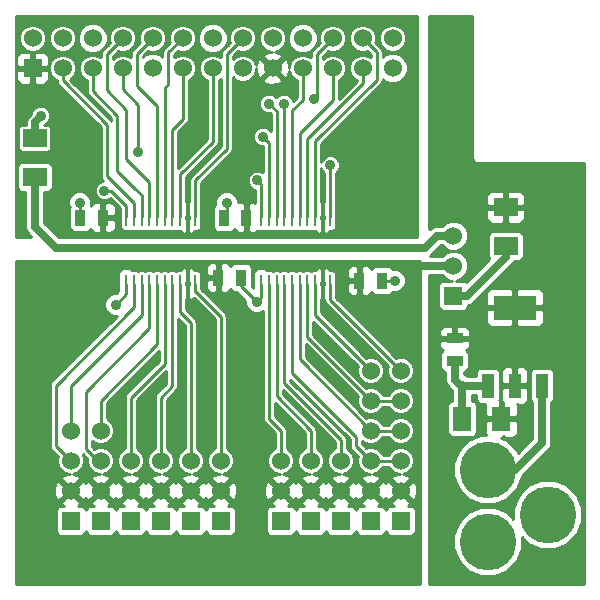
<source format=gtl>
G04 (created by PCBNEW (2013-04-19 BZR 4011)-stable) date 02/09/2014 13:44:17*
%MOIN*%
G04 Gerber Fmt 3.4, Leading zero omitted, Abs format*
%FSLAX34Y34*%
G01*
G70*
G90*
G04 APERTURE LIST*
%ADD10C,0*%
%ADD11R,0.06X0.06*%
%ADD12C,0.06*%
%ADD13R,0.08X0.06*%
%ADD14R,0.00984252X0.0610236*%
%ADD15R,0.144X0.08*%
%ADD16R,0.04X0.08*%
%ADD17R,0.06X0.08*%
%ADD18C,0.189*%
%ADD19R,0.055X0.035*%
%ADD20R,0.035X0.055*%
%ADD21C,0.035*%
%ADD22C,0.01*%
%ADD23C,0.025*%
G04 APERTURE END LIST*
G54D10*
G54D11*
X728Y-1917D03*
G54D12*
X728Y-917D03*
X1728Y-1917D03*
X1728Y-917D03*
X2728Y-1917D03*
X2728Y-917D03*
X3728Y-1917D03*
X3728Y-917D03*
X4728Y-1917D03*
X4728Y-917D03*
X5728Y-1917D03*
X5728Y-917D03*
X6728Y-1917D03*
X6728Y-917D03*
X7728Y-1917D03*
X7728Y-917D03*
X8728Y-1917D03*
X8728Y-917D03*
X9728Y-1917D03*
X9728Y-917D03*
X10728Y-1917D03*
X10728Y-917D03*
X11728Y-1917D03*
X11728Y-917D03*
X12728Y-1917D03*
X12728Y-917D03*
G54D11*
X3000Y-17000D03*
G54D12*
X3000Y-16000D03*
X3000Y-15000D03*
X3000Y-14000D03*
G54D11*
X4000Y-17000D03*
G54D12*
X4000Y-16000D03*
X4000Y-15000D03*
G54D11*
X6000Y-17000D03*
G54D12*
X6000Y-16000D03*
X6000Y-15000D03*
G54D11*
X9000Y-17000D03*
G54D12*
X9000Y-16000D03*
X9000Y-15000D03*
G54D11*
X11000Y-17000D03*
G54D12*
X11000Y-16000D03*
X11000Y-15000D03*
G54D11*
X7000Y-17000D03*
G54D12*
X7000Y-16000D03*
X7000Y-15000D03*
G54D11*
X10000Y-17000D03*
G54D12*
X10000Y-16000D03*
X10000Y-15000D03*
G54D11*
X13000Y-17000D03*
G54D12*
X13000Y-16000D03*
X13000Y-15000D03*
X13000Y-14000D03*
X13000Y-13000D03*
X13000Y-12000D03*
G54D13*
X16500Y-6550D03*
X16500Y-7850D03*
G54D11*
X2000Y-17000D03*
G54D12*
X2000Y-16000D03*
X2000Y-15000D03*
X2000Y-14000D03*
G54D11*
X5000Y-17000D03*
G54D12*
X5000Y-16000D03*
X5000Y-15000D03*
G54D11*
X12000Y-17000D03*
G54D12*
X12000Y-16000D03*
X12000Y-15000D03*
X12000Y-14000D03*
X12000Y-13000D03*
X12000Y-12000D03*
G54D14*
X8338Y-9102D03*
X8604Y-9102D03*
X8860Y-9102D03*
X9116Y-9102D03*
X9372Y-9102D03*
X9627Y-9102D03*
X9883Y-9102D03*
X10139Y-9102D03*
X10395Y-9102D03*
X10651Y-9102D03*
X10651Y-6897D03*
X10395Y-6897D03*
X10139Y-6897D03*
X9883Y-6897D03*
X9627Y-6897D03*
X9372Y-6897D03*
X9116Y-6897D03*
X8860Y-6897D03*
X8604Y-6897D03*
X8348Y-6897D03*
X3838Y-9102D03*
X4104Y-9102D03*
X4360Y-9102D03*
X4616Y-9102D03*
X4872Y-9102D03*
X5127Y-9102D03*
X5383Y-9102D03*
X5639Y-9102D03*
X5895Y-9102D03*
X6151Y-9102D03*
X6151Y-6897D03*
X5895Y-6897D03*
X5639Y-6897D03*
X5383Y-6897D03*
X5127Y-6897D03*
X4872Y-6897D03*
X4616Y-6897D03*
X4360Y-6897D03*
X4104Y-6897D03*
X3848Y-6897D03*
G54D15*
X16800Y-9900D03*
G54D16*
X16800Y-12500D03*
X17700Y-12500D03*
X15900Y-12500D03*
G54D17*
X16350Y-13600D03*
X15050Y-13600D03*
G54D13*
X800Y-4250D03*
X800Y-5550D03*
G54D18*
X15900Y-17700D03*
X15900Y-15300D03*
X17900Y-16800D03*
G54D19*
X14800Y-10925D03*
X14800Y-11675D03*
G54D20*
X7855Y-6900D03*
X7105Y-6900D03*
X3075Y-6900D03*
X2325Y-6900D03*
X12375Y-9000D03*
X11625Y-9000D03*
X7675Y-8900D03*
X6925Y-8900D03*
G54D11*
X14750Y-9500D03*
G54D12*
X14750Y-8500D03*
X14750Y-7500D03*
G54D21*
X15050Y-12500D03*
X2300Y-6400D03*
X7200Y-6400D03*
X8200Y-9700D03*
X12800Y-9000D03*
X3500Y-9800D03*
X8400Y-4200D03*
X8600Y-3100D03*
X9100Y-3100D03*
X10100Y-2950D03*
X4240Y-4720D03*
X8220Y-5660D03*
X3125Y-6000D03*
X1000Y-3500D03*
X10650Y-5150D03*
G54D22*
X5383Y-9102D02*
X5383Y-12516D01*
X5000Y-12900D02*
X5000Y-15000D01*
X5383Y-12516D02*
X5000Y-12900D01*
X5127Y-9102D02*
X5127Y-11772D01*
X4000Y-12900D02*
X4000Y-15000D01*
X5127Y-11772D02*
X4000Y-12900D01*
X8604Y-9102D02*
X8604Y-13604D01*
X9000Y-14000D02*
X9000Y-15000D01*
X8604Y-13604D02*
X9000Y-14000D01*
X6151Y-9102D02*
X6151Y-9351D01*
X7000Y-10200D02*
X7000Y-15000D01*
X6151Y-9351D02*
X7000Y-10200D01*
X8860Y-9102D02*
X8860Y-12860D01*
X10000Y-14000D02*
X10000Y-15000D01*
X8860Y-12860D02*
X10000Y-14000D01*
X9116Y-9102D02*
X9116Y-12416D01*
X11000Y-14300D02*
X11000Y-15000D01*
X9116Y-12416D02*
X11000Y-14300D01*
X5639Y-9102D02*
X5639Y-10039D01*
X6000Y-10400D02*
X6000Y-15000D01*
X5639Y-10039D02*
X6000Y-10400D01*
X4872Y-9102D02*
X4872Y-11127D01*
X3000Y-13000D02*
X3000Y-14000D01*
X4872Y-11127D02*
X3000Y-13000D01*
X4360Y-9102D02*
X4360Y-10139D01*
X2000Y-12500D02*
X2000Y-14000D01*
X4360Y-10139D02*
X2000Y-12500D01*
X4104Y-9102D02*
X4104Y-9895D01*
X1500Y-14500D02*
X2000Y-15000D01*
X1500Y-12500D02*
X1500Y-14500D01*
X4104Y-9895D02*
X1500Y-12500D01*
X10139Y-9102D02*
X10139Y-10139D01*
X10139Y-10139D02*
X12000Y-12000D01*
X10651Y-9102D02*
X10651Y-9651D01*
X10651Y-9651D02*
X13000Y-12000D01*
X9627Y-9102D02*
X9627Y-11627D01*
X9627Y-11627D02*
X12000Y-14000D01*
X12000Y-14000D02*
X13000Y-14000D01*
X9372Y-9102D02*
X9372Y-12072D01*
X9372Y-12072D02*
X11500Y-14200D01*
X11500Y-14200D02*
X11500Y-14500D01*
X11500Y-14500D02*
X12000Y-15000D01*
X12000Y-15000D02*
X13000Y-15000D01*
X9883Y-9102D02*
X9883Y-10883D01*
X9883Y-10883D02*
X12000Y-13000D01*
X12000Y-13000D02*
X13000Y-13000D01*
X4616Y-9102D02*
X4616Y-10583D01*
X2500Y-12700D02*
X2500Y-14600D01*
X4616Y-10583D02*
X2500Y-12700D01*
X2900Y-15000D02*
X3000Y-15000D01*
X2500Y-14600D02*
X2900Y-15000D01*
G54D23*
X15050Y-13600D02*
X15050Y-12500D01*
X15050Y-13600D02*
X15050Y-12550D01*
X15050Y-12550D02*
X15000Y-12500D01*
X14800Y-11675D02*
X14800Y-12300D01*
X14800Y-12300D02*
X15000Y-12500D01*
X15900Y-12500D02*
X15000Y-12500D01*
G54D22*
X2325Y-6900D02*
X2325Y-6425D01*
X2325Y-6425D02*
X2300Y-6400D01*
X7225Y-6900D02*
X7225Y-6425D01*
X7225Y-6425D02*
X7200Y-6400D01*
X7675Y-8900D02*
X7675Y-9175D01*
X8338Y-9561D02*
X8200Y-9700D01*
X8338Y-9561D02*
X8338Y-9102D01*
X7675Y-9175D02*
X8200Y-9700D01*
X12375Y-9000D02*
X12800Y-9000D01*
X15050Y-12550D02*
X15000Y-12500D01*
X14800Y-12300D02*
X15000Y-12500D01*
X3838Y-9102D02*
X3838Y-9461D01*
X3838Y-9461D02*
X3500Y-9800D01*
G54D23*
X14700Y-8500D02*
X13450Y-8500D01*
G54D22*
X5383Y-6897D02*
X5383Y-3966D01*
X5383Y-3966D02*
X5728Y-3621D01*
X5728Y-1917D02*
X5728Y-3621D01*
X5127Y-3150D02*
X5127Y-2572D01*
X5250Y-1395D02*
X5728Y-917D01*
X5250Y-2450D02*
X5250Y-1395D01*
X5127Y-2572D02*
X5250Y-2450D01*
X5127Y-6897D02*
X5127Y-3150D01*
X8604Y-6897D02*
X8604Y-4404D01*
X8604Y-4404D02*
X8400Y-4200D01*
X7200Y-4600D02*
X6151Y-5648D01*
X6151Y-6897D02*
X6151Y-5648D01*
X7200Y-1445D02*
X7728Y-917D01*
X7200Y-4600D02*
X7200Y-1445D01*
X8860Y-6897D02*
X8860Y-3360D01*
X8860Y-3360D02*
X8600Y-3100D01*
X10728Y-917D02*
X10195Y-1450D01*
X10195Y-1450D02*
X10195Y-2854D01*
X9100Y-3100D02*
X9116Y-3100D01*
X10195Y-2854D02*
X10100Y-2950D01*
X9116Y-6897D02*
X9116Y-3100D01*
X6728Y-1917D02*
X6728Y-4371D01*
X6728Y-4371D02*
X5639Y-5460D01*
X5639Y-6897D02*
X5639Y-5460D01*
X4240Y-4720D02*
X4240Y-3140D01*
X4240Y-3140D02*
X3728Y-2628D01*
X3848Y-6897D02*
X3848Y-6498D01*
X3350Y-6000D02*
X3125Y-6000D01*
X3848Y-6498D02*
X3350Y-6000D01*
X3728Y-1917D02*
X3728Y-2628D01*
X8348Y-6897D02*
X8348Y-5788D01*
X8348Y-5788D02*
X8220Y-5660D01*
X8240Y-5680D02*
X8260Y-5680D01*
X8220Y-5660D02*
X8240Y-5680D01*
G54D23*
X800Y-4250D02*
X800Y-3700D01*
X800Y-3700D02*
X1000Y-3500D01*
G54D22*
X1728Y-917D02*
X1728Y-971D01*
G54D23*
X800Y-5550D02*
X800Y-7200D01*
X800Y-7200D02*
X1500Y-7900D01*
X13800Y-7900D02*
X14200Y-7500D01*
X1500Y-7900D02*
X13800Y-7900D01*
X14200Y-7500D02*
X14750Y-7500D01*
X14700Y-7500D02*
X14200Y-7500D01*
G54D22*
X4872Y-6897D02*
X4872Y-3172D01*
X4872Y-3172D02*
X4200Y-2500D01*
X4200Y-1445D02*
X4728Y-917D01*
X4200Y-2500D02*
X4200Y-1445D01*
X2728Y-1917D02*
X2728Y-2678D01*
X3550Y-5350D02*
X4150Y-5950D01*
X3550Y-3500D02*
X3550Y-5350D01*
X2728Y-2678D02*
X3550Y-3500D01*
X4150Y-5950D02*
X4360Y-6160D01*
X4360Y-6160D02*
X4360Y-6897D01*
X2750Y-1938D02*
X2728Y-1917D01*
X1728Y-1917D02*
X1728Y-2328D01*
X3200Y-3800D02*
X3200Y-5500D01*
X1728Y-2328D02*
X3200Y-3800D01*
X4104Y-6897D02*
X4104Y-6404D01*
X4104Y-6404D02*
X3200Y-5500D01*
X10139Y-6897D02*
X10139Y-4360D01*
X12200Y-1388D02*
X11728Y-917D01*
X12200Y-2300D02*
X12200Y-1388D01*
X10139Y-4360D02*
X12200Y-2300D01*
X10650Y-5150D02*
X10651Y-5150D01*
X10651Y-5150D02*
X10651Y-6897D01*
X9627Y-4300D02*
X9627Y-4072D01*
X10728Y-2971D02*
X10728Y-1917D01*
X9627Y-4072D02*
X10728Y-2971D01*
X9627Y-6897D02*
X9627Y-4300D01*
X9372Y-3650D02*
X9372Y-3327D01*
X9728Y-2971D02*
X9728Y-1917D01*
X9372Y-3327D02*
X9728Y-2971D01*
X9372Y-6897D02*
X9372Y-3650D01*
X9883Y-4450D02*
X9883Y-4266D01*
X11728Y-2421D02*
X11728Y-1917D01*
X9883Y-4266D02*
X11728Y-2421D01*
X9883Y-6897D02*
X9883Y-4450D01*
X3728Y-917D02*
X3728Y-921D01*
X3200Y-1450D02*
X3200Y-2650D01*
X3728Y-921D02*
X3200Y-1450D01*
X3200Y-2650D02*
X3850Y-3300D01*
X3850Y-3300D02*
X3850Y-4950D01*
X4616Y-6897D02*
X4616Y-5716D01*
X4616Y-5716D02*
X3850Y-4950D01*
G54D23*
X14750Y-9500D02*
X15200Y-9500D01*
X16500Y-8200D02*
X16500Y-7850D01*
X15200Y-9500D02*
X16500Y-8200D01*
X15900Y-15300D02*
X16800Y-15300D01*
X16800Y-15300D02*
X17700Y-14400D01*
X17700Y-14400D02*
X17700Y-12500D01*
X16450Y-6500D02*
X16500Y-6550D01*
G54D22*
X16450Y-6500D02*
X16500Y-6550D01*
G54D10*
G36*
X13650Y-19121D02*
X13554Y-19121D01*
X13554Y-16081D01*
X13543Y-15863D01*
X13481Y-15712D01*
X13450Y-15703D01*
X13450Y-14910D01*
X13381Y-14745D01*
X13255Y-14618D01*
X13089Y-14550D01*
X12910Y-14549D01*
X12745Y-14618D01*
X12618Y-14744D01*
X12595Y-14800D01*
X12404Y-14800D01*
X12381Y-14745D01*
X12255Y-14618D01*
X12089Y-14550D01*
X11910Y-14549D01*
X11855Y-14572D01*
X11700Y-14417D01*
X11700Y-14336D01*
X11744Y-14381D01*
X11910Y-14449D01*
X12089Y-14450D01*
X12254Y-14381D01*
X12381Y-14255D01*
X12404Y-14200D01*
X12595Y-14200D01*
X12618Y-14254D01*
X12744Y-14381D01*
X12910Y-14449D01*
X13089Y-14450D01*
X13254Y-14381D01*
X13381Y-14255D01*
X13449Y-14089D01*
X13450Y-13910D01*
X13381Y-13745D01*
X13255Y-13618D01*
X13089Y-13550D01*
X12910Y-13549D01*
X12745Y-13618D01*
X12618Y-13744D01*
X12595Y-13800D01*
X12404Y-13800D01*
X12381Y-13745D01*
X12255Y-13618D01*
X12089Y-13550D01*
X11910Y-13549D01*
X11855Y-13572D01*
X9827Y-11545D01*
X9827Y-11110D01*
X11572Y-12855D01*
X11550Y-12910D01*
X11549Y-13089D01*
X11618Y-13254D01*
X11744Y-13381D01*
X11910Y-13449D01*
X12089Y-13450D01*
X12254Y-13381D01*
X12381Y-13255D01*
X12404Y-13200D01*
X12595Y-13200D01*
X12618Y-13254D01*
X12744Y-13381D01*
X12910Y-13449D01*
X13089Y-13450D01*
X13254Y-13381D01*
X13381Y-13255D01*
X13449Y-13089D01*
X13450Y-12910D01*
X13450Y-11910D01*
X13381Y-11745D01*
X13255Y-11618D01*
X13175Y-11585D01*
X13175Y-8925D01*
X13118Y-8787D01*
X13012Y-8682D01*
X12874Y-8625D01*
X12725Y-8624D01*
X12725Y-8625D01*
X12719Y-8611D01*
X12663Y-8555D01*
X12589Y-8525D01*
X12510Y-8524D01*
X12160Y-8524D01*
X12086Y-8555D01*
X12030Y-8611D01*
X12027Y-8619D01*
X12011Y-8583D01*
X11941Y-8512D01*
X11849Y-8474D01*
X11737Y-8475D01*
X11675Y-8537D01*
X11675Y-8950D01*
X11682Y-8950D01*
X11682Y-9050D01*
X11675Y-9050D01*
X11675Y-9462D01*
X11737Y-9525D01*
X11849Y-9525D01*
X11941Y-9487D01*
X12011Y-9416D01*
X12027Y-9380D01*
X12030Y-9388D01*
X12086Y-9444D01*
X12160Y-9474D01*
X12239Y-9475D01*
X12589Y-9475D01*
X12663Y-9444D01*
X12719Y-9388D01*
X12725Y-9374D01*
X12725Y-9374D01*
X12874Y-9375D01*
X13012Y-9318D01*
X13117Y-9212D01*
X13174Y-9074D01*
X13175Y-8925D01*
X13175Y-11585D01*
X13089Y-11550D01*
X12910Y-11549D01*
X12855Y-11572D01*
X11575Y-10292D01*
X11575Y-9462D01*
X11575Y-9050D01*
X11575Y-8950D01*
X11575Y-8537D01*
X11512Y-8475D01*
X11400Y-8474D01*
X11308Y-8512D01*
X11238Y-8583D01*
X11200Y-8675D01*
X11199Y-8774D01*
X11200Y-8887D01*
X11262Y-8950D01*
X11575Y-8950D01*
X11575Y-9050D01*
X11262Y-9050D01*
X11200Y-9112D01*
X11199Y-9225D01*
X11200Y-9324D01*
X11238Y-9416D01*
X11308Y-9487D01*
X11400Y-9525D01*
X11512Y-9525D01*
X11575Y-9462D01*
X11575Y-10292D01*
X10851Y-9568D01*
X10851Y-9102D01*
X10850Y-9098D01*
X10850Y-8767D01*
X10828Y-8712D01*
X10785Y-8670D01*
X10730Y-8647D01*
X10671Y-8647D01*
X10648Y-8647D01*
X10586Y-8585D01*
X10494Y-8547D01*
X10482Y-8547D01*
X10420Y-8609D01*
X10420Y-9052D01*
X10444Y-9052D01*
X10444Y-9152D01*
X10420Y-9152D01*
X10420Y-9594D01*
X10451Y-9626D01*
X10451Y-9651D01*
X10466Y-9728D01*
X10510Y-9792D01*
X12572Y-11855D01*
X12550Y-11910D01*
X12549Y-12089D01*
X12618Y-12254D01*
X12744Y-12381D01*
X12910Y-12449D01*
X13089Y-12450D01*
X13254Y-12381D01*
X13381Y-12255D01*
X13449Y-12089D01*
X13450Y-11910D01*
X13450Y-12910D01*
X13381Y-12745D01*
X13255Y-12618D01*
X13089Y-12550D01*
X12910Y-12549D01*
X12745Y-12618D01*
X12618Y-12744D01*
X12595Y-12800D01*
X12404Y-12800D01*
X12381Y-12745D01*
X12255Y-12618D01*
X12089Y-12550D01*
X11910Y-12549D01*
X11855Y-12572D01*
X10083Y-10801D01*
X10083Y-10366D01*
X11572Y-11855D01*
X11550Y-11910D01*
X11549Y-12089D01*
X11618Y-12254D01*
X11744Y-12381D01*
X11910Y-12449D01*
X12089Y-12450D01*
X12254Y-12381D01*
X12381Y-12255D01*
X12449Y-12089D01*
X12450Y-11910D01*
X12381Y-11745D01*
X12255Y-11618D01*
X12089Y-11550D01*
X11910Y-11549D01*
X11855Y-11572D01*
X10339Y-10056D01*
X10339Y-9626D01*
X10371Y-9594D01*
X10371Y-9152D01*
X10346Y-9152D01*
X10346Y-9052D01*
X10371Y-9052D01*
X10371Y-8609D01*
X10308Y-8547D01*
X10296Y-8547D01*
X10205Y-8585D01*
X10142Y-8647D01*
X10060Y-8647D01*
X10011Y-8667D01*
X9963Y-8647D01*
X9903Y-8647D01*
X9804Y-8647D01*
X9755Y-8667D01*
X9707Y-8647D01*
X9647Y-8647D01*
X9549Y-8647D01*
X9499Y-8667D01*
X9451Y-8647D01*
X9391Y-8647D01*
X9293Y-8647D01*
X9244Y-8667D01*
X9195Y-8647D01*
X9135Y-8647D01*
X9037Y-8647D01*
X8988Y-8667D01*
X8939Y-8647D01*
X8879Y-8647D01*
X8781Y-8647D01*
X8732Y-8667D01*
X8683Y-8647D01*
X8623Y-8647D01*
X8525Y-8647D01*
X8522Y-8648D01*
X8501Y-8627D01*
X8427Y-8597D01*
X8348Y-8597D01*
X8249Y-8597D01*
X8176Y-8627D01*
X8119Y-8683D01*
X8089Y-8757D01*
X8089Y-8836D01*
X8089Y-9098D01*
X8088Y-9102D01*
X8088Y-9235D01*
X8049Y-9196D01*
X8050Y-9135D01*
X8050Y-8585D01*
X8019Y-8511D01*
X7963Y-8455D01*
X7889Y-8425D01*
X7810Y-8424D01*
X7460Y-8424D01*
X7386Y-8455D01*
X7330Y-8511D01*
X7327Y-8519D01*
X7311Y-8483D01*
X7241Y-8412D01*
X7149Y-8374D01*
X7037Y-8375D01*
X6975Y-8437D01*
X6975Y-8850D01*
X6982Y-8850D01*
X6982Y-8950D01*
X6975Y-8950D01*
X6975Y-9362D01*
X7037Y-9425D01*
X7149Y-9425D01*
X7241Y-9387D01*
X7311Y-9316D01*
X7327Y-9280D01*
X7330Y-9288D01*
X7386Y-9344D01*
X7460Y-9374D01*
X7521Y-9375D01*
X7825Y-9678D01*
X7824Y-9774D01*
X7881Y-9912D01*
X7987Y-10017D01*
X8125Y-10074D01*
X8274Y-10075D01*
X8404Y-10021D01*
X8404Y-13604D01*
X8419Y-13680D01*
X8462Y-13745D01*
X8800Y-14082D01*
X8800Y-14595D01*
X8745Y-14618D01*
X8618Y-14744D01*
X8550Y-14910D01*
X8549Y-15089D01*
X8618Y-15254D01*
X8744Y-15381D01*
X8910Y-15449D01*
X8986Y-15449D01*
X8863Y-15456D01*
X8712Y-15518D01*
X8684Y-15614D01*
X9000Y-15929D01*
X9315Y-15614D01*
X9287Y-15518D01*
X9092Y-15448D01*
X9254Y-15381D01*
X9381Y-15255D01*
X9449Y-15089D01*
X9450Y-14910D01*
X9381Y-14745D01*
X9255Y-14618D01*
X9200Y-14595D01*
X9200Y-14000D01*
X9184Y-13923D01*
X9184Y-13923D01*
X9170Y-13901D01*
X9141Y-13858D01*
X9141Y-13858D01*
X8804Y-13521D01*
X8804Y-13087D01*
X9800Y-14082D01*
X9800Y-14595D01*
X9745Y-14618D01*
X9618Y-14744D01*
X9550Y-14910D01*
X9549Y-15089D01*
X9618Y-15254D01*
X9744Y-15381D01*
X9910Y-15449D01*
X9986Y-15449D01*
X9863Y-15456D01*
X9712Y-15518D01*
X9684Y-15614D01*
X10000Y-15929D01*
X10315Y-15614D01*
X10287Y-15518D01*
X10092Y-15448D01*
X10254Y-15381D01*
X10381Y-15255D01*
X10449Y-15089D01*
X10450Y-14910D01*
X10381Y-14745D01*
X10255Y-14618D01*
X10200Y-14595D01*
X10200Y-14000D01*
X10187Y-13936D01*
X10184Y-13923D01*
X10184Y-13923D01*
X10141Y-13858D01*
X9060Y-12777D01*
X9060Y-12643D01*
X10800Y-14382D01*
X10800Y-14595D01*
X10745Y-14618D01*
X10618Y-14744D01*
X10550Y-14910D01*
X10549Y-15089D01*
X10618Y-15254D01*
X10744Y-15381D01*
X10910Y-15449D01*
X10986Y-15449D01*
X10863Y-15456D01*
X10712Y-15518D01*
X10684Y-15614D01*
X11000Y-15929D01*
X11315Y-15614D01*
X11287Y-15518D01*
X11092Y-15448D01*
X11254Y-15381D01*
X11381Y-15255D01*
X11449Y-15089D01*
X11450Y-14910D01*
X11381Y-14745D01*
X11255Y-14618D01*
X11200Y-14595D01*
X11200Y-14300D01*
X11199Y-14299D01*
X11184Y-14223D01*
X11184Y-14223D01*
X11170Y-14201D01*
X11141Y-14158D01*
X11141Y-14158D01*
X9316Y-12333D01*
X9316Y-12298D01*
X11300Y-14282D01*
X11300Y-14500D01*
X11315Y-14576D01*
X11358Y-14641D01*
X11572Y-14855D01*
X11550Y-14910D01*
X11549Y-15089D01*
X11618Y-15254D01*
X11744Y-15381D01*
X11910Y-15449D01*
X11986Y-15449D01*
X11863Y-15456D01*
X11712Y-15518D01*
X11684Y-15614D01*
X12000Y-15929D01*
X12315Y-15614D01*
X12287Y-15518D01*
X12092Y-15448D01*
X12254Y-15381D01*
X12381Y-15255D01*
X12404Y-15200D01*
X12595Y-15200D01*
X12618Y-15254D01*
X12744Y-15381D01*
X12910Y-15449D01*
X12986Y-15449D01*
X12863Y-15456D01*
X12712Y-15518D01*
X12684Y-15614D01*
X13000Y-15929D01*
X13315Y-15614D01*
X13287Y-15518D01*
X13092Y-15448D01*
X13254Y-15381D01*
X13381Y-15255D01*
X13449Y-15089D01*
X13450Y-14910D01*
X13450Y-15703D01*
X13385Y-15684D01*
X13070Y-16000D01*
X13385Y-16315D01*
X13481Y-16287D01*
X13554Y-16081D01*
X13554Y-19121D01*
X13500Y-19121D01*
X13500Y-17260D01*
X13500Y-16660D01*
X13469Y-16586D01*
X13413Y-16530D01*
X13339Y-16500D01*
X13260Y-16499D01*
X13242Y-16499D01*
X13287Y-16481D01*
X13315Y-16385D01*
X13000Y-16070D01*
X12929Y-16141D01*
X12929Y-16000D01*
X12614Y-15684D01*
X12518Y-15712D01*
X12501Y-15760D01*
X12481Y-15712D01*
X12385Y-15684D01*
X12070Y-16000D01*
X12385Y-16315D01*
X12481Y-16287D01*
X12498Y-16239D01*
X12518Y-16287D01*
X12614Y-16315D01*
X12929Y-16000D01*
X12929Y-16141D01*
X12684Y-16385D01*
X12712Y-16481D01*
X12764Y-16499D01*
X12660Y-16499D01*
X12586Y-16530D01*
X12530Y-16586D01*
X12500Y-16660D01*
X12500Y-16660D01*
X12469Y-16586D01*
X12413Y-16530D01*
X12339Y-16500D01*
X12260Y-16499D01*
X12242Y-16499D01*
X12287Y-16481D01*
X12315Y-16385D01*
X12000Y-16070D01*
X11929Y-16141D01*
X11929Y-16000D01*
X11614Y-15684D01*
X11518Y-15712D01*
X11501Y-15760D01*
X11481Y-15712D01*
X11385Y-15684D01*
X11070Y-16000D01*
X11385Y-16315D01*
X11481Y-16287D01*
X11498Y-16239D01*
X11518Y-16287D01*
X11614Y-16315D01*
X11929Y-16000D01*
X11929Y-16141D01*
X11684Y-16385D01*
X11712Y-16481D01*
X11764Y-16499D01*
X11660Y-16499D01*
X11586Y-16530D01*
X11530Y-16586D01*
X11500Y-16660D01*
X11500Y-16660D01*
X11469Y-16586D01*
X11413Y-16530D01*
X11339Y-16500D01*
X11260Y-16499D01*
X11242Y-16499D01*
X11287Y-16481D01*
X11315Y-16385D01*
X11000Y-16070D01*
X10929Y-16141D01*
X10929Y-16000D01*
X10614Y-15684D01*
X10518Y-15712D01*
X10501Y-15760D01*
X10481Y-15712D01*
X10385Y-15684D01*
X10070Y-16000D01*
X10385Y-16315D01*
X10481Y-16287D01*
X10498Y-16239D01*
X10518Y-16287D01*
X10614Y-16315D01*
X10929Y-16000D01*
X10929Y-16141D01*
X10684Y-16385D01*
X10712Y-16481D01*
X10764Y-16499D01*
X10660Y-16499D01*
X10586Y-16530D01*
X10530Y-16586D01*
X10500Y-16660D01*
X10500Y-16660D01*
X10469Y-16586D01*
X10413Y-16530D01*
X10339Y-16500D01*
X10260Y-16499D01*
X10242Y-16499D01*
X10287Y-16481D01*
X10315Y-16385D01*
X10000Y-16070D01*
X9929Y-16141D01*
X9929Y-16000D01*
X9614Y-15684D01*
X9518Y-15712D01*
X9501Y-15760D01*
X9481Y-15712D01*
X9385Y-15684D01*
X9070Y-16000D01*
X9385Y-16315D01*
X9481Y-16287D01*
X9498Y-16239D01*
X9518Y-16287D01*
X9614Y-16315D01*
X9929Y-16000D01*
X9929Y-16141D01*
X9684Y-16385D01*
X9712Y-16481D01*
X9764Y-16499D01*
X9660Y-16499D01*
X9586Y-16530D01*
X9530Y-16586D01*
X9500Y-16660D01*
X9500Y-16660D01*
X9469Y-16586D01*
X9413Y-16530D01*
X9339Y-16500D01*
X9260Y-16499D01*
X9242Y-16499D01*
X9287Y-16481D01*
X9315Y-16385D01*
X9000Y-16070D01*
X8929Y-16141D01*
X8929Y-16000D01*
X8614Y-15684D01*
X8518Y-15712D01*
X8445Y-15918D01*
X8456Y-16136D01*
X8518Y-16287D01*
X8614Y-16315D01*
X8929Y-16000D01*
X8929Y-16141D01*
X8684Y-16385D01*
X8712Y-16481D01*
X8764Y-16499D01*
X8660Y-16499D01*
X8586Y-16530D01*
X8530Y-16586D01*
X8500Y-16660D01*
X8499Y-16739D01*
X8499Y-17339D01*
X8530Y-17413D01*
X8586Y-17469D01*
X8660Y-17499D01*
X8739Y-17500D01*
X9339Y-17500D01*
X9413Y-17469D01*
X9469Y-17413D01*
X9499Y-17339D01*
X9499Y-17339D01*
X9530Y-17413D01*
X9586Y-17469D01*
X9660Y-17499D01*
X9739Y-17500D01*
X10339Y-17500D01*
X10413Y-17469D01*
X10469Y-17413D01*
X10499Y-17339D01*
X10499Y-17339D01*
X10530Y-17413D01*
X10586Y-17469D01*
X10660Y-17499D01*
X10739Y-17500D01*
X11339Y-17500D01*
X11413Y-17469D01*
X11469Y-17413D01*
X11499Y-17339D01*
X11499Y-17339D01*
X11530Y-17413D01*
X11586Y-17469D01*
X11660Y-17499D01*
X11739Y-17500D01*
X12339Y-17500D01*
X12413Y-17469D01*
X12469Y-17413D01*
X12499Y-17339D01*
X12499Y-17339D01*
X12530Y-17413D01*
X12586Y-17469D01*
X12660Y-17499D01*
X12739Y-17500D01*
X13339Y-17500D01*
X13413Y-17469D01*
X13469Y-17413D01*
X13499Y-17339D01*
X13500Y-17260D01*
X13500Y-19121D01*
X7554Y-19121D01*
X7554Y-16081D01*
X7543Y-15863D01*
X7481Y-15712D01*
X7450Y-15703D01*
X7450Y-14910D01*
X7381Y-14745D01*
X7255Y-14618D01*
X7200Y-14595D01*
X7200Y-10200D01*
X7187Y-10136D01*
X7184Y-10123D01*
X7184Y-10123D01*
X7141Y-10058D01*
X6875Y-9792D01*
X6875Y-9362D01*
X6875Y-8950D01*
X6875Y-8850D01*
X6875Y-8437D01*
X6812Y-8375D01*
X6700Y-8374D01*
X6608Y-8412D01*
X6538Y-8483D01*
X6500Y-8575D01*
X6499Y-8674D01*
X6500Y-8787D01*
X6562Y-8850D01*
X6875Y-8850D01*
X6875Y-8950D01*
X6562Y-8950D01*
X6500Y-9012D01*
X6499Y-9125D01*
X6500Y-9224D01*
X6538Y-9316D01*
X6608Y-9387D01*
X6700Y-9425D01*
X6812Y-9425D01*
X6875Y-9362D01*
X6875Y-9792D01*
X6351Y-9268D01*
X6351Y-9102D01*
X6350Y-9098D01*
X6350Y-8767D01*
X6328Y-8712D01*
X6285Y-8670D01*
X6230Y-8647D01*
X6171Y-8647D01*
X6148Y-8647D01*
X6086Y-8585D01*
X5994Y-8547D01*
X5982Y-8547D01*
X5920Y-8609D01*
X5920Y-9052D01*
X5944Y-9052D01*
X5944Y-9152D01*
X5920Y-9152D01*
X5920Y-9594D01*
X5982Y-9657D01*
X5994Y-9657D01*
X6086Y-9619D01*
X6111Y-9594D01*
X6800Y-10282D01*
X6800Y-14595D01*
X6745Y-14618D01*
X6618Y-14744D01*
X6550Y-14910D01*
X6549Y-15089D01*
X6618Y-15254D01*
X6744Y-15381D01*
X6910Y-15449D01*
X6986Y-15449D01*
X6863Y-15456D01*
X6712Y-15518D01*
X6684Y-15614D01*
X7000Y-15929D01*
X7315Y-15614D01*
X7287Y-15518D01*
X7092Y-15448D01*
X7254Y-15381D01*
X7381Y-15255D01*
X7449Y-15089D01*
X7450Y-14910D01*
X7450Y-15703D01*
X7385Y-15684D01*
X7070Y-16000D01*
X7385Y-16315D01*
X7481Y-16287D01*
X7554Y-16081D01*
X7554Y-19121D01*
X7500Y-19121D01*
X7500Y-17260D01*
X7500Y-16660D01*
X7469Y-16586D01*
X7413Y-16530D01*
X7339Y-16500D01*
X7260Y-16499D01*
X7242Y-16499D01*
X7287Y-16481D01*
X7315Y-16385D01*
X7000Y-16070D01*
X6929Y-16141D01*
X6929Y-16000D01*
X6614Y-15684D01*
X6518Y-15712D01*
X6501Y-15760D01*
X6481Y-15712D01*
X6450Y-15703D01*
X6450Y-14910D01*
X6381Y-14745D01*
X6255Y-14618D01*
X6200Y-14595D01*
X6200Y-10400D01*
X6187Y-10336D01*
X6184Y-10323D01*
X6184Y-10323D01*
X6141Y-10258D01*
X6141Y-10258D01*
X5839Y-9956D01*
X5839Y-9626D01*
X5871Y-9594D01*
X5871Y-9152D01*
X5846Y-9152D01*
X5846Y-9052D01*
X5871Y-9052D01*
X5871Y-8609D01*
X5808Y-8547D01*
X5796Y-8547D01*
X5705Y-8585D01*
X5642Y-8647D01*
X5560Y-8647D01*
X5511Y-8667D01*
X5463Y-8647D01*
X5403Y-8647D01*
X5304Y-8647D01*
X5255Y-8667D01*
X5207Y-8647D01*
X5147Y-8647D01*
X5049Y-8647D01*
X4999Y-8667D01*
X4951Y-8647D01*
X4891Y-8647D01*
X4793Y-8647D01*
X4744Y-8667D01*
X4695Y-8647D01*
X4635Y-8647D01*
X4537Y-8647D01*
X4488Y-8667D01*
X4439Y-8647D01*
X4379Y-8647D01*
X4281Y-8647D01*
X4232Y-8667D01*
X4183Y-8647D01*
X4123Y-8647D01*
X4025Y-8647D01*
X4022Y-8648D01*
X4001Y-8627D01*
X3927Y-8597D01*
X3848Y-8597D01*
X3749Y-8597D01*
X3676Y-8627D01*
X3619Y-8683D01*
X3589Y-8757D01*
X3589Y-8836D01*
X3589Y-9098D01*
X3588Y-9102D01*
X3588Y-9357D01*
X3521Y-9425D01*
X3425Y-9424D01*
X3287Y-9481D01*
X3182Y-9587D01*
X3125Y-9725D01*
X3124Y-9874D01*
X3181Y-10012D01*
X3287Y-10117D01*
X3425Y-10174D01*
X3542Y-10175D01*
X1358Y-12358D01*
X1315Y-12423D01*
X1300Y-12500D01*
X1300Y-14500D01*
X1315Y-14576D01*
X1358Y-14641D01*
X1572Y-14855D01*
X1550Y-14910D01*
X1549Y-15089D01*
X1618Y-15254D01*
X1744Y-15381D01*
X1910Y-15449D01*
X1986Y-15449D01*
X1863Y-15456D01*
X1712Y-15518D01*
X1684Y-15614D01*
X2000Y-15929D01*
X2315Y-15614D01*
X2287Y-15518D01*
X2092Y-15448D01*
X2254Y-15381D01*
X2381Y-15255D01*
X2449Y-15089D01*
X2450Y-14910D01*
X2395Y-14778D01*
X2550Y-14932D01*
X2549Y-15089D01*
X2618Y-15254D01*
X2744Y-15381D01*
X2910Y-15449D01*
X2986Y-15449D01*
X2863Y-15456D01*
X2712Y-15518D01*
X2684Y-15614D01*
X3000Y-15929D01*
X3315Y-15614D01*
X3287Y-15518D01*
X3092Y-15448D01*
X3254Y-15381D01*
X3381Y-15255D01*
X3449Y-15089D01*
X3450Y-14910D01*
X3381Y-14745D01*
X3255Y-14618D01*
X3089Y-14550D01*
X2910Y-14549D01*
X2784Y-14602D01*
X2700Y-14517D01*
X2700Y-14336D01*
X2744Y-14381D01*
X2910Y-14449D01*
X3089Y-14450D01*
X3254Y-14381D01*
X3381Y-14255D01*
X3449Y-14089D01*
X3450Y-13910D01*
X3381Y-13745D01*
X3255Y-13618D01*
X3200Y-13595D01*
X3200Y-13082D01*
X4927Y-11354D01*
X4927Y-11689D01*
X3858Y-12758D01*
X3815Y-12823D01*
X3800Y-12900D01*
X3800Y-14595D01*
X3745Y-14618D01*
X3618Y-14744D01*
X3550Y-14910D01*
X3549Y-15089D01*
X3618Y-15254D01*
X3744Y-15381D01*
X3910Y-15449D01*
X3986Y-15449D01*
X3863Y-15456D01*
X3712Y-15518D01*
X3684Y-15614D01*
X4000Y-15929D01*
X4315Y-15614D01*
X4287Y-15518D01*
X4092Y-15448D01*
X4254Y-15381D01*
X4381Y-15255D01*
X4449Y-15089D01*
X4450Y-14910D01*
X4381Y-14745D01*
X4255Y-14618D01*
X4200Y-14595D01*
X4200Y-12982D01*
X5183Y-11998D01*
X5183Y-12433D01*
X4858Y-12758D01*
X4815Y-12823D01*
X4800Y-12900D01*
X4800Y-14595D01*
X4745Y-14618D01*
X4618Y-14744D01*
X4550Y-14910D01*
X4549Y-15089D01*
X4618Y-15254D01*
X4744Y-15381D01*
X4910Y-15449D01*
X4986Y-15449D01*
X4863Y-15456D01*
X4712Y-15518D01*
X4684Y-15614D01*
X5000Y-15929D01*
X5315Y-15614D01*
X5287Y-15518D01*
X5092Y-15448D01*
X5254Y-15381D01*
X5381Y-15255D01*
X5449Y-15089D01*
X5450Y-14910D01*
X5381Y-14745D01*
X5255Y-14618D01*
X5200Y-14595D01*
X5200Y-12982D01*
X5525Y-12657D01*
X5568Y-12592D01*
X5568Y-12592D01*
X5571Y-12579D01*
X5583Y-12516D01*
X5583Y-12516D01*
X5583Y-10266D01*
X5800Y-10482D01*
X5800Y-14595D01*
X5745Y-14618D01*
X5618Y-14744D01*
X5550Y-14910D01*
X5549Y-15089D01*
X5618Y-15254D01*
X5744Y-15381D01*
X5910Y-15449D01*
X5986Y-15449D01*
X5863Y-15456D01*
X5712Y-15518D01*
X5684Y-15614D01*
X6000Y-15929D01*
X6315Y-15614D01*
X6287Y-15518D01*
X6092Y-15448D01*
X6254Y-15381D01*
X6381Y-15255D01*
X6449Y-15089D01*
X6450Y-14910D01*
X6450Y-15703D01*
X6385Y-15684D01*
X6070Y-16000D01*
X6385Y-16315D01*
X6481Y-16287D01*
X6498Y-16239D01*
X6518Y-16287D01*
X6614Y-16315D01*
X6929Y-16000D01*
X6929Y-16141D01*
X6684Y-16385D01*
X6712Y-16481D01*
X6764Y-16499D01*
X6660Y-16499D01*
X6586Y-16530D01*
X6530Y-16586D01*
X6500Y-16660D01*
X6500Y-16660D01*
X6469Y-16586D01*
X6413Y-16530D01*
X6339Y-16500D01*
X6260Y-16499D01*
X6242Y-16499D01*
X6287Y-16481D01*
X6315Y-16385D01*
X6000Y-16070D01*
X5929Y-16141D01*
X5929Y-16000D01*
X5614Y-15684D01*
X5518Y-15712D01*
X5501Y-15760D01*
X5481Y-15712D01*
X5385Y-15684D01*
X5070Y-16000D01*
X5385Y-16315D01*
X5481Y-16287D01*
X5498Y-16239D01*
X5518Y-16287D01*
X5614Y-16315D01*
X5929Y-16000D01*
X5929Y-16141D01*
X5684Y-16385D01*
X5712Y-16481D01*
X5764Y-16499D01*
X5660Y-16499D01*
X5586Y-16530D01*
X5530Y-16586D01*
X5500Y-16660D01*
X5500Y-16660D01*
X5469Y-16586D01*
X5413Y-16530D01*
X5339Y-16500D01*
X5260Y-16499D01*
X5242Y-16499D01*
X5287Y-16481D01*
X5315Y-16385D01*
X5000Y-16070D01*
X4929Y-16141D01*
X4929Y-16000D01*
X4614Y-15684D01*
X4518Y-15712D01*
X4501Y-15760D01*
X4481Y-15712D01*
X4385Y-15684D01*
X4070Y-16000D01*
X4385Y-16315D01*
X4481Y-16287D01*
X4498Y-16239D01*
X4518Y-16287D01*
X4614Y-16315D01*
X4929Y-16000D01*
X4929Y-16141D01*
X4684Y-16385D01*
X4712Y-16481D01*
X4764Y-16499D01*
X4660Y-16499D01*
X4586Y-16530D01*
X4530Y-16586D01*
X4500Y-16660D01*
X4500Y-16660D01*
X4469Y-16586D01*
X4413Y-16530D01*
X4339Y-16500D01*
X4260Y-16499D01*
X4242Y-16499D01*
X4287Y-16481D01*
X4315Y-16385D01*
X4000Y-16070D01*
X3929Y-16141D01*
X3929Y-16000D01*
X3614Y-15684D01*
X3518Y-15712D01*
X3501Y-15760D01*
X3481Y-15712D01*
X3385Y-15684D01*
X3070Y-16000D01*
X3385Y-16315D01*
X3481Y-16287D01*
X3498Y-16239D01*
X3518Y-16287D01*
X3614Y-16315D01*
X3929Y-16000D01*
X3929Y-16141D01*
X3684Y-16385D01*
X3712Y-16481D01*
X3764Y-16499D01*
X3660Y-16499D01*
X3586Y-16530D01*
X3530Y-16586D01*
X3500Y-16660D01*
X3500Y-16660D01*
X3469Y-16586D01*
X3413Y-16530D01*
X3339Y-16500D01*
X3260Y-16499D01*
X3242Y-16499D01*
X3287Y-16481D01*
X3315Y-16385D01*
X3000Y-16070D01*
X2929Y-16141D01*
X2929Y-16000D01*
X2614Y-15684D01*
X2518Y-15712D01*
X2501Y-15760D01*
X2481Y-15712D01*
X2385Y-15684D01*
X2070Y-16000D01*
X2385Y-16315D01*
X2481Y-16287D01*
X2498Y-16239D01*
X2518Y-16287D01*
X2614Y-16315D01*
X2929Y-16000D01*
X2929Y-16141D01*
X2684Y-16385D01*
X2712Y-16481D01*
X2764Y-16499D01*
X2660Y-16499D01*
X2586Y-16530D01*
X2530Y-16586D01*
X2500Y-16660D01*
X2500Y-16660D01*
X2469Y-16586D01*
X2413Y-16530D01*
X2339Y-16500D01*
X2260Y-16499D01*
X2242Y-16499D01*
X2287Y-16481D01*
X2315Y-16385D01*
X2000Y-16070D01*
X1929Y-16141D01*
X1929Y-16000D01*
X1614Y-15684D01*
X1518Y-15712D01*
X1445Y-15918D01*
X1456Y-16136D01*
X1518Y-16287D01*
X1614Y-16315D01*
X1929Y-16000D01*
X1929Y-16141D01*
X1684Y-16385D01*
X1712Y-16481D01*
X1764Y-16499D01*
X1660Y-16499D01*
X1586Y-16530D01*
X1530Y-16586D01*
X1500Y-16660D01*
X1499Y-16739D01*
X1499Y-17339D01*
X1530Y-17413D01*
X1586Y-17469D01*
X1660Y-17499D01*
X1739Y-17500D01*
X2339Y-17500D01*
X2413Y-17469D01*
X2469Y-17413D01*
X2499Y-17339D01*
X2499Y-17339D01*
X2530Y-17413D01*
X2586Y-17469D01*
X2660Y-17499D01*
X2739Y-17500D01*
X3339Y-17500D01*
X3413Y-17469D01*
X3469Y-17413D01*
X3499Y-17339D01*
X3499Y-17339D01*
X3530Y-17413D01*
X3586Y-17469D01*
X3660Y-17499D01*
X3739Y-17500D01*
X4339Y-17500D01*
X4413Y-17469D01*
X4469Y-17413D01*
X4499Y-17339D01*
X4499Y-17339D01*
X4530Y-17413D01*
X4586Y-17469D01*
X4660Y-17499D01*
X4739Y-17500D01*
X5339Y-17500D01*
X5413Y-17469D01*
X5469Y-17413D01*
X5499Y-17339D01*
X5499Y-17339D01*
X5530Y-17413D01*
X5586Y-17469D01*
X5660Y-17499D01*
X5739Y-17500D01*
X6339Y-17500D01*
X6413Y-17469D01*
X6469Y-17413D01*
X6499Y-17339D01*
X6499Y-17339D01*
X6530Y-17413D01*
X6586Y-17469D01*
X6660Y-17499D01*
X6739Y-17500D01*
X7339Y-17500D01*
X7413Y-17469D01*
X7469Y-17413D01*
X7499Y-17339D01*
X7500Y-17260D01*
X7500Y-19121D01*
X169Y-19121D01*
X169Y-8350D01*
X13650Y-8350D01*
X13650Y-19121D01*
X13650Y-19121D01*
G37*
G54D22*
X13650Y-19121D02*
X13554Y-19121D01*
X13554Y-16081D01*
X13543Y-15863D01*
X13481Y-15712D01*
X13450Y-15703D01*
X13450Y-14910D01*
X13381Y-14745D01*
X13255Y-14618D01*
X13089Y-14550D01*
X12910Y-14549D01*
X12745Y-14618D01*
X12618Y-14744D01*
X12595Y-14800D01*
X12404Y-14800D01*
X12381Y-14745D01*
X12255Y-14618D01*
X12089Y-14550D01*
X11910Y-14549D01*
X11855Y-14572D01*
X11700Y-14417D01*
X11700Y-14336D01*
X11744Y-14381D01*
X11910Y-14449D01*
X12089Y-14450D01*
X12254Y-14381D01*
X12381Y-14255D01*
X12404Y-14200D01*
X12595Y-14200D01*
X12618Y-14254D01*
X12744Y-14381D01*
X12910Y-14449D01*
X13089Y-14450D01*
X13254Y-14381D01*
X13381Y-14255D01*
X13449Y-14089D01*
X13450Y-13910D01*
X13381Y-13745D01*
X13255Y-13618D01*
X13089Y-13550D01*
X12910Y-13549D01*
X12745Y-13618D01*
X12618Y-13744D01*
X12595Y-13800D01*
X12404Y-13800D01*
X12381Y-13745D01*
X12255Y-13618D01*
X12089Y-13550D01*
X11910Y-13549D01*
X11855Y-13572D01*
X9827Y-11545D01*
X9827Y-11110D01*
X11572Y-12855D01*
X11550Y-12910D01*
X11549Y-13089D01*
X11618Y-13254D01*
X11744Y-13381D01*
X11910Y-13449D01*
X12089Y-13450D01*
X12254Y-13381D01*
X12381Y-13255D01*
X12404Y-13200D01*
X12595Y-13200D01*
X12618Y-13254D01*
X12744Y-13381D01*
X12910Y-13449D01*
X13089Y-13450D01*
X13254Y-13381D01*
X13381Y-13255D01*
X13449Y-13089D01*
X13450Y-12910D01*
X13450Y-11910D01*
X13381Y-11745D01*
X13255Y-11618D01*
X13175Y-11585D01*
X13175Y-8925D01*
X13118Y-8787D01*
X13012Y-8682D01*
X12874Y-8625D01*
X12725Y-8624D01*
X12725Y-8625D01*
X12719Y-8611D01*
X12663Y-8555D01*
X12589Y-8525D01*
X12510Y-8524D01*
X12160Y-8524D01*
X12086Y-8555D01*
X12030Y-8611D01*
X12027Y-8619D01*
X12011Y-8583D01*
X11941Y-8512D01*
X11849Y-8474D01*
X11737Y-8475D01*
X11675Y-8537D01*
X11675Y-8950D01*
X11682Y-8950D01*
X11682Y-9050D01*
X11675Y-9050D01*
X11675Y-9462D01*
X11737Y-9525D01*
X11849Y-9525D01*
X11941Y-9487D01*
X12011Y-9416D01*
X12027Y-9380D01*
X12030Y-9388D01*
X12086Y-9444D01*
X12160Y-9474D01*
X12239Y-9475D01*
X12589Y-9475D01*
X12663Y-9444D01*
X12719Y-9388D01*
X12725Y-9374D01*
X12725Y-9374D01*
X12874Y-9375D01*
X13012Y-9318D01*
X13117Y-9212D01*
X13174Y-9074D01*
X13175Y-8925D01*
X13175Y-11585D01*
X13089Y-11550D01*
X12910Y-11549D01*
X12855Y-11572D01*
X11575Y-10292D01*
X11575Y-9462D01*
X11575Y-9050D01*
X11575Y-8950D01*
X11575Y-8537D01*
X11512Y-8475D01*
X11400Y-8474D01*
X11308Y-8512D01*
X11238Y-8583D01*
X11200Y-8675D01*
X11199Y-8774D01*
X11200Y-8887D01*
X11262Y-8950D01*
X11575Y-8950D01*
X11575Y-9050D01*
X11262Y-9050D01*
X11200Y-9112D01*
X11199Y-9225D01*
X11200Y-9324D01*
X11238Y-9416D01*
X11308Y-9487D01*
X11400Y-9525D01*
X11512Y-9525D01*
X11575Y-9462D01*
X11575Y-10292D01*
X10851Y-9568D01*
X10851Y-9102D01*
X10850Y-9098D01*
X10850Y-8767D01*
X10828Y-8712D01*
X10785Y-8670D01*
X10730Y-8647D01*
X10671Y-8647D01*
X10648Y-8647D01*
X10586Y-8585D01*
X10494Y-8547D01*
X10482Y-8547D01*
X10420Y-8609D01*
X10420Y-9052D01*
X10444Y-9052D01*
X10444Y-9152D01*
X10420Y-9152D01*
X10420Y-9594D01*
X10451Y-9626D01*
X10451Y-9651D01*
X10466Y-9728D01*
X10510Y-9792D01*
X12572Y-11855D01*
X12550Y-11910D01*
X12549Y-12089D01*
X12618Y-12254D01*
X12744Y-12381D01*
X12910Y-12449D01*
X13089Y-12450D01*
X13254Y-12381D01*
X13381Y-12255D01*
X13449Y-12089D01*
X13450Y-11910D01*
X13450Y-12910D01*
X13381Y-12745D01*
X13255Y-12618D01*
X13089Y-12550D01*
X12910Y-12549D01*
X12745Y-12618D01*
X12618Y-12744D01*
X12595Y-12800D01*
X12404Y-12800D01*
X12381Y-12745D01*
X12255Y-12618D01*
X12089Y-12550D01*
X11910Y-12549D01*
X11855Y-12572D01*
X10083Y-10801D01*
X10083Y-10366D01*
X11572Y-11855D01*
X11550Y-11910D01*
X11549Y-12089D01*
X11618Y-12254D01*
X11744Y-12381D01*
X11910Y-12449D01*
X12089Y-12450D01*
X12254Y-12381D01*
X12381Y-12255D01*
X12449Y-12089D01*
X12450Y-11910D01*
X12381Y-11745D01*
X12255Y-11618D01*
X12089Y-11550D01*
X11910Y-11549D01*
X11855Y-11572D01*
X10339Y-10056D01*
X10339Y-9626D01*
X10371Y-9594D01*
X10371Y-9152D01*
X10346Y-9152D01*
X10346Y-9052D01*
X10371Y-9052D01*
X10371Y-8609D01*
X10308Y-8547D01*
X10296Y-8547D01*
X10205Y-8585D01*
X10142Y-8647D01*
X10060Y-8647D01*
X10011Y-8667D01*
X9963Y-8647D01*
X9903Y-8647D01*
X9804Y-8647D01*
X9755Y-8667D01*
X9707Y-8647D01*
X9647Y-8647D01*
X9549Y-8647D01*
X9499Y-8667D01*
X9451Y-8647D01*
X9391Y-8647D01*
X9293Y-8647D01*
X9244Y-8667D01*
X9195Y-8647D01*
X9135Y-8647D01*
X9037Y-8647D01*
X8988Y-8667D01*
X8939Y-8647D01*
X8879Y-8647D01*
X8781Y-8647D01*
X8732Y-8667D01*
X8683Y-8647D01*
X8623Y-8647D01*
X8525Y-8647D01*
X8522Y-8648D01*
X8501Y-8627D01*
X8427Y-8597D01*
X8348Y-8597D01*
X8249Y-8597D01*
X8176Y-8627D01*
X8119Y-8683D01*
X8089Y-8757D01*
X8089Y-8836D01*
X8089Y-9098D01*
X8088Y-9102D01*
X8088Y-9235D01*
X8049Y-9196D01*
X8050Y-9135D01*
X8050Y-8585D01*
X8019Y-8511D01*
X7963Y-8455D01*
X7889Y-8425D01*
X7810Y-8424D01*
X7460Y-8424D01*
X7386Y-8455D01*
X7330Y-8511D01*
X7327Y-8519D01*
X7311Y-8483D01*
X7241Y-8412D01*
X7149Y-8374D01*
X7037Y-8375D01*
X6975Y-8437D01*
X6975Y-8850D01*
X6982Y-8850D01*
X6982Y-8950D01*
X6975Y-8950D01*
X6975Y-9362D01*
X7037Y-9425D01*
X7149Y-9425D01*
X7241Y-9387D01*
X7311Y-9316D01*
X7327Y-9280D01*
X7330Y-9288D01*
X7386Y-9344D01*
X7460Y-9374D01*
X7521Y-9375D01*
X7825Y-9678D01*
X7824Y-9774D01*
X7881Y-9912D01*
X7987Y-10017D01*
X8125Y-10074D01*
X8274Y-10075D01*
X8404Y-10021D01*
X8404Y-13604D01*
X8419Y-13680D01*
X8462Y-13745D01*
X8800Y-14082D01*
X8800Y-14595D01*
X8745Y-14618D01*
X8618Y-14744D01*
X8550Y-14910D01*
X8549Y-15089D01*
X8618Y-15254D01*
X8744Y-15381D01*
X8910Y-15449D01*
X8986Y-15449D01*
X8863Y-15456D01*
X8712Y-15518D01*
X8684Y-15614D01*
X9000Y-15929D01*
X9315Y-15614D01*
X9287Y-15518D01*
X9092Y-15448D01*
X9254Y-15381D01*
X9381Y-15255D01*
X9449Y-15089D01*
X9450Y-14910D01*
X9381Y-14745D01*
X9255Y-14618D01*
X9200Y-14595D01*
X9200Y-14000D01*
X9184Y-13923D01*
X9184Y-13923D01*
X9170Y-13901D01*
X9141Y-13858D01*
X9141Y-13858D01*
X8804Y-13521D01*
X8804Y-13087D01*
X9800Y-14082D01*
X9800Y-14595D01*
X9745Y-14618D01*
X9618Y-14744D01*
X9550Y-14910D01*
X9549Y-15089D01*
X9618Y-15254D01*
X9744Y-15381D01*
X9910Y-15449D01*
X9986Y-15449D01*
X9863Y-15456D01*
X9712Y-15518D01*
X9684Y-15614D01*
X10000Y-15929D01*
X10315Y-15614D01*
X10287Y-15518D01*
X10092Y-15448D01*
X10254Y-15381D01*
X10381Y-15255D01*
X10449Y-15089D01*
X10450Y-14910D01*
X10381Y-14745D01*
X10255Y-14618D01*
X10200Y-14595D01*
X10200Y-14000D01*
X10187Y-13936D01*
X10184Y-13923D01*
X10184Y-13923D01*
X10141Y-13858D01*
X9060Y-12777D01*
X9060Y-12643D01*
X10800Y-14382D01*
X10800Y-14595D01*
X10745Y-14618D01*
X10618Y-14744D01*
X10550Y-14910D01*
X10549Y-15089D01*
X10618Y-15254D01*
X10744Y-15381D01*
X10910Y-15449D01*
X10986Y-15449D01*
X10863Y-15456D01*
X10712Y-15518D01*
X10684Y-15614D01*
X11000Y-15929D01*
X11315Y-15614D01*
X11287Y-15518D01*
X11092Y-15448D01*
X11254Y-15381D01*
X11381Y-15255D01*
X11449Y-15089D01*
X11450Y-14910D01*
X11381Y-14745D01*
X11255Y-14618D01*
X11200Y-14595D01*
X11200Y-14300D01*
X11199Y-14299D01*
X11184Y-14223D01*
X11184Y-14223D01*
X11170Y-14201D01*
X11141Y-14158D01*
X11141Y-14158D01*
X9316Y-12333D01*
X9316Y-12298D01*
X11300Y-14282D01*
X11300Y-14500D01*
X11315Y-14576D01*
X11358Y-14641D01*
X11572Y-14855D01*
X11550Y-14910D01*
X11549Y-15089D01*
X11618Y-15254D01*
X11744Y-15381D01*
X11910Y-15449D01*
X11986Y-15449D01*
X11863Y-15456D01*
X11712Y-15518D01*
X11684Y-15614D01*
X12000Y-15929D01*
X12315Y-15614D01*
X12287Y-15518D01*
X12092Y-15448D01*
X12254Y-15381D01*
X12381Y-15255D01*
X12404Y-15200D01*
X12595Y-15200D01*
X12618Y-15254D01*
X12744Y-15381D01*
X12910Y-15449D01*
X12986Y-15449D01*
X12863Y-15456D01*
X12712Y-15518D01*
X12684Y-15614D01*
X13000Y-15929D01*
X13315Y-15614D01*
X13287Y-15518D01*
X13092Y-15448D01*
X13254Y-15381D01*
X13381Y-15255D01*
X13449Y-15089D01*
X13450Y-14910D01*
X13450Y-15703D01*
X13385Y-15684D01*
X13070Y-16000D01*
X13385Y-16315D01*
X13481Y-16287D01*
X13554Y-16081D01*
X13554Y-19121D01*
X13500Y-19121D01*
X13500Y-17260D01*
X13500Y-16660D01*
X13469Y-16586D01*
X13413Y-16530D01*
X13339Y-16500D01*
X13260Y-16499D01*
X13242Y-16499D01*
X13287Y-16481D01*
X13315Y-16385D01*
X13000Y-16070D01*
X12929Y-16141D01*
X12929Y-16000D01*
X12614Y-15684D01*
X12518Y-15712D01*
X12501Y-15760D01*
X12481Y-15712D01*
X12385Y-15684D01*
X12070Y-16000D01*
X12385Y-16315D01*
X12481Y-16287D01*
X12498Y-16239D01*
X12518Y-16287D01*
X12614Y-16315D01*
X12929Y-16000D01*
X12929Y-16141D01*
X12684Y-16385D01*
X12712Y-16481D01*
X12764Y-16499D01*
X12660Y-16499D01*
X12586Y-16530D01*
X12530Y-16586D01*
X12500Y-16660D01*
X12500Y-16660D01*
X12469Y-16586D01*
X12413Y-16530D01*
X12339Y-16500D01*
X12260Y-16499D01*
X12242Y-16499D01*
X12287Y-16481D01*
X12315Y-16385D01*
X12000Y-16070D01*
X11929Y-16141D01*
X11929Y-16000D01*
X11614Y-15684D01*
X11518Y-15712D01*
X11501Y-15760D01*
X11481Y-15712D01*
X11385Y-15684D01*
X11070Y-16000D01*
X11385Y-16315D01*
X11481Y-16287D01*
X11498Y-16239D01*
X11518Y-16287D01*
X11614Y-16315D01*
X11929Y-16000D01*
X11929Y-16141D01*
X11684Y-16385D01*
X11712Y-16481D01*
X11764Y-16499D01*
X11660Y-16499D01*
X11586Y-16530D01*
X11530Y-16586D01*
X11500Y-16660D01*
X11500Y-16660D01*
X11469Y-16586D01*
X11413Y-16530D01*
X11339Y-16500D01*
X11260Y-16499D01*
X11242Y-16499D01*
X11287Y-16481D01*
X11315Y-16385D01*
X11000Y-16070D01*
X10929Y-16141D01*
X10929Y-16000D01*
X10614Y-15684D01*
X10518Y-15712D01*
X10501Y-15760D01*
X10481Y-15712D01*
X10385Y-15684D01*
X10070Y-16000D01*
X10385Y-16315D01*
X10481Y-16287D01*
X10498Y-16239D01*
X10518Y-16287D01*
X10614Y-16315D01*
X10929Y-16000D01*
X10929Y-16141D01*
X10684Y-16385D01*
X10712Y-16481D01*
X10764Y-16499D01*
X10660Y-16499D01*
X10586Y-16530D01*
X10530Y-16586D01*
X10500Y-16660D01*
X10500Y-16660D01*
X10469Y-16586D01*
X10413Y-16530D01*
X10339Y-16500D01*
X10260Y-16499D01*
X10242Y-16499D01*
X10287Y-16481D01*
X10315Y-16385D01*
X10000Y-16070D01*
X9929Y-16141D01*
X9929Y-16000D01*
X9614Y-15684D01*
X9518Y-15712D01*
X9501Y-15760D01*
X9481Y-15712D01*
X9385Y-15684D01*
X9070Y-16000D01*
X9385Y-16315D01*
X9481Y-16287D01*
X9498Y-16239D01*
X9518Y-16287D01*
X9614Y-16315D01*
X9929Y-16000D01*
X9929Y-16141D01*
X9684Y-16385D01*
X9712Y-16481D01*
X9764Y-16499D01*
X9660Y-16499D01*
X9586Y-16530D01*
X9530Y-16586D01*
X9500Y-16660D01*
X9500Y-16660D01*
X9469Y-16586D01*
X9413Y-16530D01*
X9339Y-16500D01*
X9260Y-16499D01*
X9242Y-16499D01*
X9287Y-16481D01*
X9315Y-16385D01*
X9000Y-16070D01*
X8929Y-16141D01*
X8929Y-16000D01*
X8614Y-15684D01*
X8518Y-15712D01*
X8445Y-15918D01*
X8456Y-16136D01*
X8518Y-16287D01*
X8614Y-16315D01*
X8929Y-16000D01*
X8929Y-16141D01*
X8684Y-16385D01*
X8712Y-16481D01*
X8764Y-16499D01*
X8660Y-16499D01*
X8586Y-16530D01*
X8530Y-16586D01*
X8500Y-16660D01*
X8499Y-16739D01*
X8499Y-17339D01*
X8530Y-17413D01*
X8586Y-17469D01*
X8660Y-17499D01*
X8739Y-17500D01*
X9339Y-17500D01*
X9413Y-17469D01*
X9469Y-17413D01*
X9499Y-17339D01*
X9499Y-17339D01*
X9530Y-17413D01*
X9586Y-17469D01*
X9660Y-17499D01*
X9739Y-17500D01*
X10339Y-17500D01*
X10413Y-17469D01*
X10469Y-17413D01*
X10499Y-17339D01*
X10499Y-17339D01*
X10530Y-17413D01*
X10586Y-17469D01*
X10660Y-17499D01*
X10739Y-17500D01*
X11339Y-17500D01*
X11413Y-17469D01*
X11469Y-17413D01*
X11499Y-17339D01*
X11499Y-17339D01*
X11530Y-17413D01*
X11586Y-17469D01*
X11660Y-17499D01*
X11739Y-17500D01*
X12339Y-17500D01*
X12413Y-17469D01*
X12469Y-17413D01*
X12499Y-17339D01*
X12499Y-17339D01*
X12530Y-17413D01*
X12586Y-17469D01*
X12660Y-17499D01*
X12739Y-17500D01*
X13339Y-17500D01*
X13413Y-17469D01*
X13469Y-17413D01*
X13499Y-17339D01*
X13500Y-17260D01*
X13500Y-19121D01*
X7554Y-19121D01*
X7554Y-16081D01*
X7543Y-15863D01*
X7481Y-15712D01*
X7450Y-15703D01*
X7450Y-14910D01*
X7381Y-14745D01*
X7255Y-14618D01*
X7200Y-14595D01*
X7200Y-10200D01*
X7187Y-10136D01*
X7184Y-10123D01*
X7184Y-10123D01*
X7141Y-10058D01*
X6875Y-9792D01*
X6875Y-9362D01*
X6875Y-8950D01*
X6875Y-8850D01*
X6875Y-8437D01*
X6812Y-8375D01*
X6700Y-8374D01*
X6608Y-8412D01*
X6538Y-8483D01*
X6500Y-8575D01*
X6499Y-8674D01*
X6500Y-8787D01*
X6562Y-8850D01*
X6875Y-8850D01*
X6875Y-8950D01*
X6562Y-8950D01*
X6500Y-9012D01*
X6499Y-9125D01*
X6500Y-9224D01*
X6538Y-9316D01*
X6608Y-9387D01*
X6700Y-9425D01*
X6812Y-9425D01*
X6875Y-9362D01*
X6875Y-9792D01*
X6351Y-9268D01*
X6351Y-9102D01*
X6350Y-9098D01*
X6350Y-8767D01*
X6328Y-8712D01*
X6285Y-8670D01*
X6230Y-8647D01*
X6171Y-8647D01*
X6148Y-8647D01*
X6086Y-8585D01*
X5994Y-8547D01*
X5982Y-8547D01*
X5920Y-8609D01*
X5920Y-9052D01*
X5944Y-9052D01*
X5944Y-9152D01*
X5920Y-9152D01*
X5920Y-9594D01*
X5982Y-9657D01*
X5994Y-9657D01*
X6086Y-9619D01*
X6111Y-9594D01*
X6800Y-10282D01*
X6800Y-14595D01*
X6745Y-14618D01*
X6618Y-14744D01*
X6550Y-14910D01*
X6549Y-15089D01*
X6618Y-15254D01*
X6744Y-15381D01*
X6910Y-15449D01*
X6986Y-15449D01*
X6863Y-15456D01*
X6712Y-15518D01*
X6684Y-15614D01*
X7000Y-15929D01*
X7315Y-15614D01*
X7287Y-15518D01*
X7092Y-15448D01*
X7254Y-15381D01*
X7381Y-15255D01*
X7449Y-15089D01*
X7450Y-14910D01*
X7450Y-15703D01*
X7385Y-15684D01*
X7070Y-16000D01*
X7385Y-16315D01*
X7481Y-16287D01*
X7554Y-16081D01*
X7554Y-19121D01*
X7500Y-19121D01*
X7500Y-17260D01*
X7500Y-16660D01*
X7469Y-16586D01*
X7413Y-16530D01*
X7339Y-16500D01*
X7260Y-16499D01*
X7242Y-16499D01*
X7287Y-16481D01*
X7315Y-16385D01*
X7000Y-16070D01*
X6929Y-16141D01*
X6929Y-16000D01*
X6614Y-15684D01*
X6518Y-15712D01*
X6501Y-15760D01*
X6481Y-15712D01*
X6450Y-15703D01*
X6450Y-14910D01*
X6381Y-14745D01*
X6255Y-14618D01*
X6200Y-14595D01*
X6200Y-10400D01*
X6187Y-10336D01*
X6184Y-10323D01*
X6184Y-10323D01*
X6141Y-10258D01*
X6141Y-10258D01*
X5839Y-9956D01*
X5839Y-9626D01*
X5871Y-9594D01*
X5871Y-9152D01*
X5846Y-9152D01*
X5846Y-9052D01*
X5871Y-9052D01*
X5871Y-8609D01*
X5808Y-8547D01*
X5796Y-8547D01*
X5705Y-8585D01*
X5642Y-8647D01*
X5560Y-8647D01*
X5511Y-8667D01*
X5463Y-8647D01*
X5403Y-8647D01*
X5304Y-8647D01*
X5255Y-8667D01*
X5207Y-8647D01*
X5147Y-8647D01*
X5049Y-8647D01*
X4999Y-8667D01*
X4951Y-8647D01*
X4891Y-8647D01*
X4793Y-8647D01*
X4744Y-8667D01*
X4695Y-8647D01*
X4635Y-8647D01*
X4537Y-8647D01*
X4488Y-8667D01*
X4439Y-8647D01*
X4379Y-8647D01*
X4281Y-8647D01*
X4232Y-8667D01*
X4183Y-8647D01*
X4123Y-8647D01*
X4025Y-8647D01*
X4022Y-8648D01*
X4001Y-8627D01*
X3927Y-8597D01*
X3848Y-8597D01*
X3749Y-8597D01*
X3676Y-8627D01*
X3619Y-8683D01*
X3589Y-8757D01*
X3589Y-8836D01*
X3589Y-9098D01*
X3588Y-9102D01*
X3588Y-9357D01*
X3521Y-9425D01*
X3425Y-9424D01*
X3287Y-9481D01*
X3182Y-9587D01*
X3125Y-9725D01*
X3124Y-9874D01*
X3181Y-10012D01*
X3287Y-10117D01*
X3425Y-10174D01*
X3542Y-10175D01*
X1358Y-12358D01*
X1315Y-12423D01*
X1300Y-12500D01*
X1300Y-14500D01*
X1315Y-14576D01*
X1358Y-14641D01*
X1572Y-14855D01*
X1550Y-14910D01*
X1549Y-15089D01*
X1618Y-15254D01*
X1744Y-15381D01*
X1910Y-15449D01*
X1986Y-15449D01*
X1863Y-15456D01*
X1712Y-15518D01*
X1684Y-15614D01*
X2000Y-15929D01*
X2315Y-15614D01*
X2287Y-15518D01*
X2092Y-15448D01*
X2254Y-15381D01*
X2381Y-15255D01*
X2449Y-15089D01*
X2450Y-14910D01*
X2395Y-14778D01*
X2550Y-14932D01*
X2549Y-15089D01*
X2618Y-15254D01*
X2744Y-15381D01*
X2910Y-15449D01*
X2986Y-15449D01*
X2863Y-15456D01*
X2712Y-15518D01*
X2684Y-15614D01*
X3000Y-15929D01*
X3315Y-15614D01*
X3287Y-15518D01*
X3092Y-15448D01*
X3254Y-15381D01*
X3381Y-15255D01*
X3449Y-15089D01*
X3450Y-14910D01*
X3381Y-14745D01*
X3255Y-14618D01*
X3089Y-14550D01*
X2910Y-14549D01*
X2784Y-14602D01*
X2700Y-14517D01*
X2700Y-14336D01*
X2744Y-14381D01*
X2910Y-14449D01*
X3089Y-14450D01*
X3254Y-14381D01*
X3381Y-14255D01*
X3449Y-14089D01*
X3450Y-13910D01*
X3381Y-13745D01*
X3255Y-13618D01*
X3200Y-13595D01*
X3200Y-13082D01*
X4927Y-11354D01*
X4927Y-11689D01*
X3858Y-12758D01*
X3815Y-12823D01*
X3800Y-12900D01*
X3800Y-14595D01*
X3745Y-14618D01*
X3618Y-14744D01*
X3550Y-14910D01*
X3549Y-15089D01*
X3618Y-15254D01*
X3744Y-15381D01*
X3910Y-15449D01*
X3986Y-15449D01*
X3863Y-15456D01*
X3712Y-15518D01*
X3684Y-15614D01*
X4000Y-15929D01*
X4315Y-15614D01*
X4287Y-15518D01*
X4092Y-15448D01*
X4254Y-15381D01*
X4381Y-15255D01*
X4449Y-15089D01*
X4450Y-14910D01*
X4381Y-14745D01*
X4255Y-14618D01*
X4200Y-14595D01*
X4200Y-12982D01*
X5183Y-11998D01*
X5183Y-12433D01*
X4858Y-12758D01*
X4815Y-12823D01*
X4800Y-12900D01*
X4800Y-14595D01*
X4745Y-14618D01*
X4618Y-14744D01*
X4550Y-14910D01*
X4549Y-15089D01*
X4618Y-15254D01*
X4744Y-15381D01*
X4910Y-15449D01*
X4986Y-15449D01*
X4863Y-15456D01*
X4712Y-15518D01*
X4684Y-15614D01*
X5000Y-15929D01*
X5315Y-15614D01*
X5287Y-15518D01*
X5092Y-15448D01*
X5254Y-15381D01*
X5381Y-15255D01*
X5449Y-15089D01*
X5450Y-14910D01*
X5381Y-14745D01*
X5255Y-14618D01*
X5200Y-14595D01*
X5200Y-12982D01*
X5525Y-12657D01*
X5568Y-12592D01*
X5568Y-12592D01*
X5571Y-12579D01*
X5583Y-12516D01*
X5583Y-12516D01*
X5583Y-10266D01*
X5800Y-10482D01*
X5800Y-14595D01*
X5745Y-14618D01*
X5618Y-14744D01*
X5550Y-14910D01*
X5549Y-15089D01*
X5618Y-15254D01*
X5744Y-15381D01*
X5910Y-15449D01*
X5986Y-15449D01*
X5863Y-15456D01*
X5712Y-15518D01*
X5684Y-15614D01*
X6000Y-15929D01*
X6315Y-15614D01*
X6287Y-15518D01*
X6092Y-15448D01*
X6254Y-15381D01*
X6381Y-15255D01*
X6449Y-15089D01*
X6450Y-14910D01*
X6450Y-15703D01*
X6385Y-15684D01*
X6070Y-16000D01*
X6385Y-16315D01*
X6481Y-16287D01*
X6498Y-16239D01*
X6518Y-16287D01*
X6614Y-16315D01*
X6929Y-16000D01*
X6929Y-16141D01*
X6684Y-16385D01*
X6712Y-16481D01*
X6764Y-16499D01*
X6660Y-16499D01*
X6586Y-16530D01*
X6530Y-16586D01*
X6500Y-16660D01*
X6500Y-16660D01*
X6469Y-16586D01*
X6413Y-16530D01*
X6339Y-16500D01*
X6260Y-16499D01*
X6242Y-16499D01*
X6287Y-16481D01*
X6315Y-16385D01*
X6000Y-16070D01*
X5929Y-16141D01*
X5929Y-16000D01*
X5614Y-15684D01*
X5518Y-15712D01*
X5501Y-15760D01*
X5481Y-15712D01*
X5385Y-15684D01*
X5070Y-16000D01*
X5385Y-16315D01*
X5481Y-16287D01*
X5498Y-16239D01*
X5518Y-16287D01*
X5614Y-16315D01*
X5929Y-16000D01*
X5929Y-16141D01*
X5684Y-16385D01*
X5712Y-16481D01*
X5764Y-16499D01*
X5660Y-16499D01*
X5586Y-16530D01*
X5530Y-16586D01*
X5500Y-16660D01*
X5500Y-16660D01*
X5469Y-16586D01*
X5413Y-16530D01*
X5339Y-16500D01*
X5260Y-16499D01*
X5242Y-16499D01*
X5287Y-16481D01*
X5315Y-16385D01*
X5000Y-16070D01*
X4929Y-16141D01*
X4929Y-16000D01*
X4614Y-15684D01*
X4518Y-15712D01*
X4501Y-15760D01*
X4481Y-15712D01*
X4385Y-15684D01*
X4070Y-16000D01*
X4385Y-16315D01*
X4481Y-16287D01*
X4498Y-16239D01*
X4518Y-16287D01*
X4614Y-16315D01*
X4929Y-16000D01*
X4929Y-16141D01*
X4684Y-16385D01*
X4712Y-16481D01*
X4764Y-16499D01*
X4660Y-16499D01*
X4586Y-16530D01*
X4530Y-16586D01*
X4500Y-16660D01*
X4500Y-16660D01*
X4469Y-16586D01*
X4413Y-16530D01*
X4339Y-16500D01*
X4260Y-16499D01*
X4242Y-16499D01*
X4287Y-16481D01*
X4315Y-16385D01*
X4000Y-16070D01*
X3929Y-16141D01*
X3929Y-16000D01*
X3614Y-15684D01*
X3518Y-15712D01*
X3501Y-15760D01*
X3481Y-15712D01*
X3385Y-15684D01*
X3070Y-16000D01*
X3385Y-16315D01*
X3481Y-16287D01*
X3498Y-16239D01*
X3518Y-16287D01*
X3614Y-16315D01*
X3929Y-16000D01*
X3929Y-16141D01*
X3684Y-16385D01*
X3712Y-16481D01*
X3764Y-16499D01*
X3660Y-16499D01*
X3586Y-16530D01*
X3530Y-16586D01*
X3500Y-16660D01*
X3500Y-16660D01*
X3469Y-16586D01*
X3413Y-16530D01*
X3339Y-16500D01*
X3260Y-16499D01*
X3242Y-16499D01*
X3287Y-16481D01*
X3315Y-16385D01*
X3000Y-16070D01*
X2929Y-16141D01*
X2929Y-16000D01*
X2614Y-15684D01*
X2518Y-15712D01*
X2501Y-15760D01*
X2481Y-15712D01*
X2385Y-15684D01*
X2070Y-16000D01*
X2385Y-16315D01*
X2481Y-16287D01*
X2498Y-16239D01*
X2518Y-16287D01*
X2614Y-16315D01*
X2929Y-16000D01*
X2929Y-16141D01*
X2684Y-16385D01*
X2712Y-16481D01*
X2764Y-16499D01*
X2660Y-16499D01*
X2586Y-16530D01*
X2530Y-16586D01*
X2500Y-16660D01*
X2500Y-16660D01*
X2469Y-16586D01*
X2413Y-16530D01*
X2339Y-16500D01*
X2260Y-16499D01*
X2242Y-16499D01*
X2287Y-16481D01*
X2315Y-16385D01*
X2000Y-16070D01*
X1929Y-16141D01*
X1929Y-16000D01*
X1614Y-15684D01*
X1518Y-15712D01*
X1445Y-15918D01*
X1456Y-16136D01*
X1518Y-16287D01*
X1614Y-16315D01*
X1929Y-16000D01*
X1929Y-16141D01*
X1684Y-16385D01*
X1712Y-16481D01*
X1764Y-16499D01*
X1660Y-16499D01*
X1586Y-16530D01*
X1530Y-16586D01*
X1500Y-16660D01*
X1499Y-16739D01*
X1499Y-17339D01*
X1530Y-17413D01*
X1586Y-17469D01*
X1660Y-17499D01*
X1739Y-17500D01*
X2339Y-17500D01*
X2413Y-17469D01*
X2469Y-17413D01*
X2499Y-17339D01*
X2499Y-17339D01*
X2530Y-17413D01*
X2586Y-17469D01*
X2660Y-17499D01*
X2739Y-17500D01*
X3339Y-17500D01*
X3413Y-17469D01*
X3469Y-17413D01*
X3499Y-17339D01*
X3499Y-17339D01*
X3530Y-17413D01*
X3586Y-17469D01*
X3660Y-17499D01*
X3739Y-17500D01*
X4339Y-17500D01*
X4413Y-17469D01*
X4469Y-17413D01*
X4499Y-17339D01*
X4499Y-17339D01*
X4530Y-17413D01*
X4586Y-17469D01*
X4660Y-17499D01*
X4739Y-17500D01*
X5339Y-17500D01*
X5413Y-17469D01*
X5469Y-17413D01*
X5499Y-17339D01*
X5499Y-17339D01*
X5530Y-17413D01*
X5586Y-17469D01*
X5660Y-17499D01*
X5739Y-17500D01*
X6339Y-17500D01*
X6413Y-17469D01*
X6469Y-17413D01*
X6499Y-17339D01*
X6499Y-17339D01*
X6530Y-17413D01*
X6586Y-17469D01*
X6660Y-17499D01*
X6739Y-17500D01*
X7339Y-17500D01*
X7413Y-17469D01*
X7469Y-17413D01*
X7499Y-17339D01*
X7500Y-17260D01*
X7500Y-19121D01*
X169Y-19121D01*
X169Y-8350D01*
X13650Y-8350D01*
X13650Y-19121D01*
G54D10*
G36*
X13550Y-7550D02*
X13228Y-7550D01*
X13228Y-1818D01*
X13178Y-1697D01*
X13178Y-828D01*
X13110Y-662D01*
X12983Y-536D01*
X12818Y-467D01*
X12639Y-467D01*
X12473Y-535D01*
X12347Y-662D01*
X12278Y-827D01*
X12278Y-1006D01*
X12346Y-1171D01*
X12473Y-1298D01*
X12638Y-1367D01*
X12817Y-1367D01*
X12982Y-1299D01*
X13109Y-1172D01*
X13178Y-1007D01*
X13178Y-828D01*
X13178Y-1697D01*
X13152Y-1634D01*
X13011Y-1493D01*
X12828Y-1417D01*
X12629Y-1417D01*
X12445Y-1493D01*
X12400Y-1538D01*
X12400Y-1388D01*
X12399Y-1388D01*
X12384Y-1312D01*
X12384Y-1312D01*
X12370Y-1290D01*
X12341Y-1247D01*
X12341Y-1247D01*
X12155Y-1061D01*
X12178Y-1007D01*
X12178Y-828D01*
X12110Y-662D01*
X11983Y-536D01*
X11818Y-467D01*
X11639Y-467D01*
X11473Y-535D01*
X11347Y-662D01*
X11278Y-827D01*
X11278Y-1006D01*
X11346Y-1171D01*
X11473Y-1298D01*
X11638Y-1367D01*
X11817Y-1367D01*
X11872Y-1344D01*
X12000Y-1471D01*
X12000Y-1552D01*
X11983Y-1536D01*
X11818Y-1467D01*
X11639Y-1467D01*
X11473Y-1535D01*
X11347Y-1662D01*
X11278Y-1827D01*
X11278Y-2006D01*
X11346Y-2171D01*
X11473Y-2298D01*
X11528Y-2321D01*
X11528Y-2338D01*
X10928Y-2938D01*
X10928Y-2321D01*
X10982Y-2299D01*
X11109Y-2172D01*
X11178Y-2007D01*
X11178Y-1828D01*
X11110Y-1662D01*
X10983Y-1536D01*
X10818Y-1467D01*
X10639Y-1467D01*
X10473Y-1535D01*
X10395Y-1613D01*
X10395Y-1532D01*
X10583Y-1344D01*
X10638Y-1367D01*
X10817Y-1367D01*
X10982Y-1299D01*
X11109Y-1172D01*
X11178Y-1007D01*
X11178Y-828D01*
X11110Y-662D01*
X10983Y-536D01*
X10818Y-467D01*
X10639Y-467D01*
X10473Y-535D01*
X10347Y-662D01*
X10278Y-827D01*
X10278Y-1006D01*
X10301Y-1061D01*
X10228Y-1134D01*
X10228Y-818D01*
X10152Y-634D01*
X10011Y-493D01*
X9828Y-417D01*
X9629Y-417D01*
X9445Y-493D01*
X9304Y-633D01*
X9228Y-817D01*
X9228Y-1016D01*
X9304Y-1200D01*
X9444Y-1340D01*
X9628Y-1417D01*
X9827Y-1417D01*
X10011Y-1341D01*
X10151Y-1200D01*
X10228Y-1017D01*
X10228Y-818D01*
X10228Y-1134D01*
X10054Y-1308D01*
X10010Y-1373D01*
X9995Y-1450D01*
X9995Y-1548D01*
X9983Y-1536D01*
X9818Y-1467D01*
X9639Y-1467D01*
X9473Y-1535D01*
X9347Y-1662D01*
X9278Y-1827D01*
X9278Y-1903D01*
X9272Y-1780D01*
X9209Y-1629D01*
X9178Y-1620D01*
X9178Y-828D01*
X9110Y-662D01*
X8983Y-536D01*
X8818Y-467D01*
X8639Y-467D01*
X8473Y-535D01*
X8347Y-662D01*
X8278Y-827D01*
X8278Y-1006D01*
X8346Y-1171D01*
X8473Y-1298D01*
X8638Y-1367D01*
X8714Y-1367D01*
X8591Y-1373D01*
X8440Y-1436D01*
X8413Y-1531D01*
X8728Y-1846D01*
X9043Y-1531D01*
X9016Y-1436D01*
X8820Y-1366D01*
X8982Y-1299D01*
X9109Y-1172D01*
X9178Y-1007D01*
X9178Y-828D01*
X9178Y-1620D01*
X9114Y-1602D01*
X8799Y-1917D01*
X9114Y-2232D01*
X9209Y-2205D01*
X9279Y-2009D01*
X9346Y-2171D01*
X9473Y-2298D01*
X9528Y-2321D01*
X9528Y-2888D01*
X9412Y-3004D01*
X9375Y-2916D01*
X9284Y-2824D01*
X9164Y-2775D01*
X9043Y-2774D01*
X9043Y-2303D01*
X8728Y-1988D01*
X8657Y-2058D01*
X8657Y-1917D01*
X8342Y-1602D01*
X8247Y-1629D01*
X8177Y-1825D01*
X8110Y-1662D01*
X7983Y-1536D01*
X7818Y-1467D01*
X7639Y-1467D01*
X7473Y-1535D01*
X7400Y-1609D01*
X7400Y-1528D01*
X7583Y-1344D01*
X7638Y-1367D01*
X7817Y-1367D01*
X7982Y-1299D01*
X8109Y-1172D01*
X8178Y-1007D01*
X8178Y-828D01*
X8110Y-662D01*
X7983Y-536D01*
X7818Y-467D01*
X7639Y-467D01*
X7473Y-535D01*
X7347Y-662D01*
X7278Y-827D01*
X7278Y-1006D01*
X7301Y-1061D01*
X7228Y-1134D01*
X7228Y-818D01*
X7152Y-634D01*
X7011Y-493D01*
X6828Y-417D01*
X6629Y-417D01*
X6445Y-493D01*
X6304Y-633D01*
X6228Y-817D01*
X6228Y-1016D01*
X6304Y-1200D01*
X6444Y-1340D01*
X6628Y-1417D01*
X6827Y-1417D01*
X7011Y-1341D01*
X7151Y-1200D01*
X7228Y-1017D01*
X7228Y-818D01*
X7228Y-1134D01*
X7058Y-1304D01*
X7015Y-1369D01*
X7000Y-1445D01*
X7000Y-1552D01*
X6983Y-1536D01*
X6818Y-1467D01*
X6639Y-1467D01*
X6473Y-1535D01*
X6347Y-1662D01*
X6278Y-1827D01*
X6278Y-2006D01*
X6346Y-2171D01*
X6473Y-2298D01*
X6528Y-2321D01*
X6528Y-4288D01*
X5583Y-5233D01*
X5583Y-4048D01*
X5869Y-3763D01*
X5869Y-3763D01*
X5898Y-3719D01*
X5913Y-3698D01*
X5913Y-3698D01*
X5928Y-3621D01*
X5928Y-3621D01*
X5928Y-2321D01*
X5982Y-2299D01*
X6109Y-2172D01*
X6178Y-2007D01*
X6178Y-1828D01*
X6110Y-1662D01*
X5983Y-1536D01*
X5818Y-1467D01*
X5639Y-1467D01*
X5473Y-1535D01*
X5450Y-1559D01*
X5450Y-1478D01*
X5583Y-1344D01*
X5638Y-1367D01*
X5817Y-1367D01*
X5982Y-1299D01*
X6109Y-1172D01*
X6178Y-1007D01*
X6178Y-828D01*
X6110Y-662D01*
X5983Y-536D01*
X5818Y-467D01*
X5639Y-467D01*
X5473Y-535D01*
X5347Y-662D01*
X5278Y-827D01*
X5278Y-1006D01*
X5301Y-1061D01*
X5108Y-1254D01*
X5065Y-1319D01*
X5050Y-1395D01*
X5050Y-1531D01*
X5011Y-1493D01*
X4828Y-1417D01*
X4629Y-1417D01*
X4445Y-1493D01*
X4400Y-1538D01*
X4400Y-1528D01*
X4583Y-1344D01*
X4638Y-1367D01*
X4817Y-1367D01*
X4982Y-1299D01*
X5109Y-1172D01*
X5178Y-1007D01*
X5178Y-828D01*
X5110Y-662D01*
X4983Y-536D01*
X4818Y-467D01*
X4639Y-467D01*
X4473Y-535D01*
X4347Y-662D01*
X4278Y-827D01*
X4278Y-1006D01*
X4301Y-1061D01*
X4058Y-1304D01*
X4015Y-1369D01*
X4000Y-1445D01*
X4000Y-1552D01*
X3983Y-1536D01*
X3818Y-1467D01*
X3639Y-1467D01*
X3473Y-1535D01*
X3400Y-1609D01*
X3400Y-1532D01*
X3586Y-1345D01*
X3638Y-1367D01*
X3817Y-1367D01*
X3982Y-1299D01*
X4109Y-1172D01*
X4178Y-1007D01*
X4178Y-828D01*
X4110Y-662D01*
X3983Y-536D01*
X3818Y-467D01*
X3639Y-467D01*
X3473Y-535D01*
X3347Y-662D01*
X3278Y-827D01*
X3278Y-1006D01*
X3302Y-1064D01*
X3228Y-1138D01*
X3228Y-818D01*
X3152Y-634D01*
X3011Y-493D01*
X2828Y-417D01*
X2629Y-417D01*
X2445Y-493D01*
X2304Y-633D01*
X2228Y-817D01*
X2228Y-1016D01*
X2304Y-1200D01*
X2444Y-1340D01*
X2628Y-1417D01*
X2827Y-1417D01*
X3011Y-1341D01*
X3151Y-1200D01*
X3228Y-1017D01*
X3228Y-818D01*
X3228Y-1138D01*
X3058Y-1308D01*
X3015Y-1373D01*
X3000Y-1450D01*
X3000Y-1552D01*
X2983Y-1536D01*
X2818Y-1467D01*
X2639Y-1467D01*
X2473Y-1535D01*
X2347Y-1662D01*
X2278Y-1827D01*
X2278Y-2006D01*
X2346Y-2171D01*
X2473Y-2298D01*
X2528Y-2321D01*
X2528Y-2678D01*
X2543Y-2754D01*
X2586Y-2819D01*
X3350Y-3582D01*
X3350Y-3671D01*
X3341Y-3658D01*
X1982Y-2299D01*
X1982Y-2299D01*
X2109Y-2172D01*
X2178Y-2007D01*
X2178Y-1828D01*
X2178Y-828D01*
X2110Y-662D01*
X1983Y-536D01*
X1818Y-467D01*
X1639Y-467D01*
X1473Y-535D01*
X1347Y-662D01*
X1278Y-827D01*
X1278Y-1006D01*
X1346Y-1171D01*
X1473Y-1298D01*
X1638Y-1367D01*
X1817Y-1367D01*
X1982Y-1299D01*
X2109Y-1172D01*
X2178Y-1007D01*
X2178Y-828D01*
X2178Y-1828D01*
X2110Y-1662D01*
X1983Y-1536D01*
X1818Y-1467D01*
X1639Y-1467D01*
X1473Y-1535D01*
X1347Y-1662D01*
X1278Y-1827D01*
X1278Y-1868D01*
X1278Y-1666D01*
X1278Y-1567D01*
X1240Y-1475D01*
X1178Y-1413D01*
X1178Y-828D01*
X1110Y-662D01*
X983Y-536D01*
X818Y-467D01*
X639Y-467D01*
X473Y-535D01*
X347Y-662D01*
X278Y-827D01*
X278Y-1006D01*
X346Y-1171D01*
X473Y-1298D01*
X638Y-1367D01*
X817Y-1367D01*
X982Y-1299D01*
X1109Y-1172D01*
X1178Y-1007D01*
X1178Y-828D01*
X1178Y-1413D01*
X1169Y-1405D01*
X1077Y-1367D01*
X840Y-1367D01*
X778Y-1429D01*
X778Y-1867D01*
X1215Y-1867D01*
X1278Y-1804D01*
X1278Y-1666D01*
X1278Y-1868D01*
X1278Y-2006D01*
X1346Y-2171D01*
X1473Y-2298D01*
X1528Y-2321D01*
X1528Y-2328D01*
X1543Y-2404D01*
X1586Y-2469D01*
X3000Y-3882D01*
X3000Y-5500D01*
X3015Y-5576D01*
X3058Y-5641D01*
X3092Y-5674D01*
X3060Y-5674D01*
X2941Y-5724D01*
X2849Y-5815D01*
X2800Y-5935D01*
X2799Y-6064D01*
X2849Y-6183D01*
X2940Y-6275D01*
X3060Y-6324D01*
X3189Y-6325D01*
X3308Y-6275D01*
X3325Y-6258D01*
X3648Y-6581D01*
X3648Y-6897D01*
X3649Y-6901D01*
X3649Y-7232D01*
X3671Y-7287D01*
X3714Y-7329D01*
X3769Y-7352D01*
X3828Y-7352D01*
X3927Y-7352D01*
X3976Y-7332D01*
X4025Y-7352D01*
X4084Y-7352D01*
X4183Y-7352D01*
X4232Y-7332D01*
X4281Y-7352D01*
X4340Y-7352D01*
X4439Y-7352D01*
X4488Y-7332D01*
X4536Y-7352D01*
X4596Y-7352D01*
X4695Y-7352D01*
X4744Y-7332D01*
X4792Y-7352D01*
X4852Y-7352D01*
X4950Y-7352D01*
X5000Y-7332D01*
X5048Y-7352D01*
X5108Y-7352D01*
X5206Y-7352D01*
X5255Y-7332D01*
X5304Y-7352D01*
X5364Y-7352D01*
X5462Y-7352D01*
X5511Y-7332D01*
X5560Y-7352D01*
X5620Y-7352D01*
X5642Y-7352D01*
X5705Y-7414D01*
X5796Y-7452D01*
X5808Y-7452D01*
X5871Y-7390D01*
X5871Y-6947D01*
X5846Y-6947D01*
X5846Y-6847D01*
X5871Y-6847D01*
X5871Y-6405D01*
X5839Y-6373D01*
X5839Y-5543D01*
X6869Y-4513D01*
X6869Y-4513D01*
X6898Y-4469D01*
X6913Y-4448D01*
X6913Y-4448D01*
X6928Y-4371D01*
X6928Y-4371D01*
X6928Y-2321D01*
X6982Y-2299D01*
X7000Y-2281D01*
X7000Y-4517D01*
X6010Y-5507D01*
X5966Y-5571D01*
X5951Y-5648D01*
X5951Y-6373D01*
X5920Y-6405D01*
X5920Y-6847D01*
X5944Y-6847D01*
X5944Y-6947D01*
X5920Y-6947D01*
X5920Y-7390D01*
X5982Y-7452D01*
X5994Y-7452D01*
X6086Y-7414D01*
X6148Y-7352D01*
X6230Y-7352D01*
X6285Y-7329D01*
X6327Y-7287D01*
X6350Y-7232D01*
X6350Y-7173D01*
X6350Y-6901D01*
X6351Y-6897D01*
X6351Y-5731D01*
X7341Y-4741D01*
X7341Y-4741D01*
X7370Y-4698D01*
X7384Y-4676D01*
X7384Y-4676D01*
X7399Y-4600D01*
X7400Y-4600D01*
X7400Y-2225D01*
X7473Y-2298D01*
X7638Y-2367D01*
X7817Y-2367D01*
X7982Y-2299D01*
X8109Y-2172D01*
X8178Y-2007D01*
X8178Y-1930D01*
X8184Y-2054D01*
X8247Y-2205D01*
X8342Y-2232D01*
X8657Y-1917D01*
X8657Y-2058D01*
X8413Y-2303D01*
X8440Y-2398D01*
X8646Y-2472D01*
X8865Y-2461D01*
X9016Y-2398D01*
X9043Y-2303D01*
X9043Y-2774D01*
X9035Y-2774D01*
X8916Y-2824D01*
X8849Y-2890D01*
X8784Y-2824D01*
X8664Y-2775D01*
X8535Y-2774D01*
X8416Y-2824D01*
X8324Y-2915D01*
X8275Y-3035D01*
X8274Y-3164D01*
X8324Y-3283D01*
X8415Y-3375D01*
X8535Y-3424D01*
X8642Y-3425D01*
X8660Y-3443D01*
X8660Y-4000D01*
X8584Y-3924D01*
X8464Y-3875D01*
X8335Y-3874D01*
X8216Y-3924D01*
X8124Y-4015D01*
X8075Y-4135D01*
X8074Y-4264D01*
X8124Y-4383D01*
X8215Y-4475D01*
X8335Y-4524D01*
X8404Y-4525D01*
X8404Y-5384D01*
X8284Y-5335D01*
X8155Y-5334D01*
X8036Y-5384D01*
X7944Y-5475D01*
X7895Y-5595D01*
X7894Y-5724D01*
X7944Y-5843D01*
X8035Y-5935D01*
X8148Y-5982D01*
X8148Y-6403D01*
X8079Y-6374D01*
X7967Y-6375D01*
X7905Y-6437D01*
X7905Y-6850D01*
X7912Y-6850D01*
X7912Y-6950D01*
X7905Y-6950D01*
X7905Y-7362D01*
X7967Y-7425D01*
X8079Y-7425D01*
X8171Y-7387D01*
X8224Y-7334D01*
X8269Y-7352D01*
X8328Y-7352D01*
X8427Y-7352D01*
X8476Y-7332D01*
X8525Y-7352D01*
X8584Y-7352D01*
X8683Y-7352D01*
X8732Y-7332D01*
X8781Y-7352D01*
X8840Y-7352D01*
X8939Y-7352D01*
X8988Y-7332D01*
X9036Y-7352D01*
X9096Y-7352D01*
X9195Y-7352D01*
X9244Y-7332D01*
X9292Y-7352D01*
X9352Y-7352D01*
X9450Y-7352D01*
X9500Y-7332D01*
X9548Y-7352D01*
X9608Y-7352D01*
X9706Y-7352D01*
X9755Y-7332D01*
X9804Y-7352D01*
X9864Y-7352D01*
X9962Y-7352D01*
X10011Y-7332D01*
X10060Y-7352D01*
X10120Y-7352D01*
X10142Y-7352D01*
X10205Y-7414D01*
X10296Y-7452D01*
X10308Y-7452D01*
X10371Y-7390D01*
X10371Y-6947D01*
X10346Y-6947D01*
X10346Y-6847D01*
X10371Y-6847D01*
X10371Y-6405D01*
X10339Y-6373D01*
X10339Y-5250D01*
X10374Y-5333D01*
X10451Y-5411D01*
X10451Y-6373D01*
X10420Y-6405D01*
X10420Y-6847D01*
X10444Y-6847D01*
X10444Y-6947D01*
X10420Y-6947D01*
X10420Y-7390D01*
X10482Y-7452D01*
X10494Y-7452D01*
X10586Y-7414D01*
X10648Y-7352D01*
X10730Y-7352D01*
X10785Y-7329D01*
X10827Y-7287D01*
X10850Y-7232D01*
X10850Y-7173D01*
X10850Y-6901D01*
X10851Y-6897D01*
X10851Y-5407D01*
X10925Y-5334D01*
X10974Y-5214D01*
X10975Y-5085D01*
X10925Y-4966D01*
X10834Y-4874D01*
X10714Y-4825D01*
X10585Y-4824D01*
X10466Y-4874D01*
X10374Y-4965D01*
X10339Y-5049D01*
X10339Y-4443D01*
X12341Y-2441D01*
X12341Y-2441D01*
X12370Y-2398D01*
X12384Y-2376D01*
X12384Y-2376D01*
X12399Y-2300D01*
X12400Y-2300D01*
X12400Y-2296D01*
X12444Y-2340D01*
X12628Y-2417D01*
X12827Y-2417D01*
X13011Y-2341D01*
X13151Y-2200D01*
X13228Y-2017D01*
X13228Y-1818D01*
X13228Y-7550D01*
X7805Y-7550D01*
X7805Y-7362D01*
X7805Y-6950D01*
X7797Y-6950D01*
X7797Y-6850D01*
X7805Y-6850D01*
X7805Y-6437D01*
X7742Y-6375D01*
X7630Y-6374D01*
X7575Y-6397D01*
X7575Y-6325D01*
X7518Y-6187D01*
X7412Y-6082D01*
X7274Y-6025D01*
X7125Y-6024D01*
X6987Y-6081D01*
X6882Y-6187D01*
X6825Y-6325D01*
X6824Y-6452D01*
X6816Y-6455D01*
X6760Y-6511D01*
X6730Y-6585D01*
X6729Y-6664D01*
X6729Y-7214D01*
X6760Y-7288D01*
X6816Y-7344D01*
X6890Y-7374D01*
X6969Y-7375D01*
X7319Y-7375D01*
X7393Y-7344D01*
X7449Y-7288D01*
X7452Y-7280D01*
X7468Y-7316D01*
X7538Y-7387D01*
X7630Y-7425D01*
X7742Y-7425D01*
X7805Y-7362D01*
X7805Y-7550D01*
X3500Y-7550D01*
X3500Y-7125D01*
X3500Y-6674D01*
X3499Y-6575D01*
X3461Y-6483D01*
X3391Y-6412D01*
X3299Y-6374D01*
X3187Y-6375D01*
X3125Y-6437D01*
X3125Y-6850D01*
X3437Y-6850D01*
X3500Y-6787D01*
X3500Y-6674D01*
X3500Y-7125D01*
X3500Y-7012D01*
X3437Y-6950D01*
X3125Y-6950D01*
X3125Y-7362D01*
X3187Y-7425D01*
X3299Y-7425D01*
X3391Y-7387D01*
X3461Y-7316D01*
X3499Y-7224D01*
X3500Y-7125D01*
X3500Y-7550D01*
X3025Y-7550D01*
X3025Y-7362D01*
X3025Y-6950D01*
X3017Y-6950D01*
X3017Y-6850D01*
X3025Y-6850D01*
X3025Y-6437D01*
X2962Y-6375D01*
X2850Y-6374D01*
X2758Y-6412D01*
X2688Y-6483D01*
X2672Y-6519D01*
X2669Y-6511D01*
X2662Y-6504D01*
X2674Y-6474D01*
X2675Y-6325D01*
X2618Y-6187D01*
X2512Y-6082D01*
X2374Y-6025D01*
X2225Y-6024D01*
X2087Y-6081D01*
X1982Y-6187D01*
X1925Y-6325D01*
X1924Y-6474D01*
X1960Y-6560D01*
X1950Y-6585D01*
X1949Y-6664D01*
X1949Y-7214D01*
X1980Y-7288D01*
X2036Y-7344D01*
X2110Y-7374D01*
X2189Y-7375D01*
X2539Y-7375D01*
X2613Y-7344D01*
X2669Y-7288D01*
X2672Y-7280D01*
X2688Y-7316D01*
X2758Y-7387D01*
X2850Y-7425D01*
X2962Y-7425D01*
X3025Y-7362D01*
X3025Y-7550D01*
X1609Y-7550D01*
X1125Y-7065D01*
X1125Y-6050D01*
X1239Y-6050D01*
X1313Y-6019D01*
X1369Y-5963D01*
X1399Y-5889D01*
X1400Y-5810D01*
X1400Y-5210D01*
X1369Y-5136D01*
X1350Y-5117D01*
X1350Y-4520D01*
X1350Y-3920D01*
X1327Y-3865D01*
X1285Y-3822D01*
X1229Y-3800D01*
X1170Y-3799D01*
X1125Y-3799D01*
X1183Y-3775D01*
X1275Y-3684D01*
X1324Y-3564D01*
X1325Y-3435D01*
X1278Y-3322D01*
X1278Y-2167D01*
X1278Y-2029D01*
X1215Y-1967D01*
X778Y-1967D01*
X778Y-2404D01*
X840Y-2467D01*
X1077Y-2467D01*
X1169Y-2429D01*
X1240Y-2359D01*
X1278Y-2267D01*
X1278Y-2167D01*
X1278Y-3322D01*
X1275Y-3316D01*
X1184Y-3224D01*
X1064Y-3175D01*
X935Y-3174D01*
X816Y-3224D01*
X724Y-3315D01*
X678Y-3427D01*
X678Y-2404D01*
X678Y-1967D01*
X678Y-1867D01*
X678Y-1429D01*
X615Y-1367D01*
X378Y-1367D01*
X286Y-1405D01*
X216Y-1475D01*
X178Y-1567D01*
X178Y-1666D01*
X178Y-1804D01*
X240Y-1867D01*
X678Y-1867D01*
X678Y-1967D01*
X240Y-1967D01*
X178Y-2029D01*
X178Y-2167D01*
X178Y-2267D01*
X216Y-2359D01*
X286Y-2429D01*
X378Y-2467D01*
X615Y-2467D01*
X678Y-2404D01*
X678Y-3427D01*
X675Y-3435D01*
X675Y-3436D01*
X605Y-3505D01*
X545Y-3594D01*
X525Y-3700D01*
X525Y-3799D01*
X370Y-3799D01*
X315Y-3822D01*
X272Y-3864D01*
X250Y-3920D01*
X249Y-3979D01*
X249Y-4579D01*
X272Y-4634D01*
X314Y-4677D01*
X370Y-4699D01*
X429Y-4700D01*
X1229Y-4700D01*
X1284Y-4677D01*
X1327Y-4635D01*
X1349Y-4579D01*
X1350Y-4520D01*
X1350Y-5117D01*
X1313Y-5080D01*
X1239Y-5050D01*
X1160Y-5049D01*
X360Y-5049D01*
X286Y-5080D01*
X230Y-5136D01*
X200Y-5210D01*
X199Y-5289D01*
X199Y-5889D01*
X230Y-5963D01*
X286Y-6019D01*
X360Y-6049D01*
X439Y-6050D01*
X475Y-6050D01*
X475Y-7200D01*
X499Y-7324D01*
X570Y-7429D01*
X690Y-7550D01*
X169Y-7550D01*
X169Y-169D01*
X13550Y-169D01*
X13550Y-7550D01*
X13550Y-7550D01*
G37*
G54D22*
X13550Y-7550D02*
X13228Y-7550D01*
X13228Y-1818D01*
X13178Y-1697D01*
X13178Y-828D01*
X13110Y-662D01*
X12983Y-536D01*
X12818Y-467D01*
X12639Y-467D01*
X12473Y-535D01*
X12347Y-662D01*
X12278Y-827D01*
X12278Y-1006D01*
X12346Y-1171D01*
X12473Y-1298D01*
X12638Y-1367D01*
X12817Y-1367D01*
X12982Y-1299D01*
X13109Y-1172D01*
X13178Y-1007D01*
X13178Y-828D01*
X13178Y-1697D01*
X13152Y-1634D01*
X13011Y-1493D01*
X12828Y-1417D01*
X12629Y-1417D01*
X12445Y-1493D01*
X12400Y-1538D01*
X12400Y-1388D01*
X12399Y-1388D01*
X12384Y-1312D01*
X12384Y-1312D01*
X12370Y-1290D01*
X12341Y-1247D01*
X12341Y-1247D01*
X12155Y-1061D01*
X12178Y-1007D01*
X12178Y-828D01*
X12110Y-662D01*
X11983Y-536D01*
X11818Y-467D01*
X11639Y-467D01*
X11473Y-535D01*
X11347Y-662D01*
X11278Y-827D01*
X11278Y-1006D01*
X11346Y-1171D01*
X11473Y-1298D01*
X11638Y-1367D01*
X11817Y-1367D01*
X11872Y-1344D01*
X12000Y-1471D01*
X12000Y-1552D01*
X11983Y-1536D01*
X11818Y-1467D01*
X11639Y-1467D01*
X11473Y-1535D01*
X11347Y-1662D01*
X11278Y-1827D01*
X11278Y-2006D01*
X11346Y-2171D01*
X11473Y-2298D01*
X11528Y-2321D01*
X11528Y-2338D01*
X10928Y-2938D01*
X10928Y-2321D01*
X10982Y-2299D01*
X11109Y-2172D01*
X11178Y-2007D01*
X11178Y-1828D01*
X11110Y-1662D01*
X10983Y-1536D01*
X10818Y-1467D01*
X10639Y-1467D01*
X10473Y-1535D01*
X10395Y-1613D01*
X10395Y-1532D01*
X10583Y-1344D01*
X10638Y-1367D01*
X10817Y-1367D01*
X10982Y-1299D01*
X11109Y-1172D01*
X11178Y-1007D01*
X11178Y-828D01*
X11110Y-662D01*
X10983Y-536D01*
X10818Y-467D01*
X10639Y-467D01*
X10473Y-535D01*
X10347Y-662D01*
X10278Y-827D01*
X10278Y-1006D01*
X10301Y-1061D01*
X10228Y-1134D01*
X10228Y-818D01*
X10152Y-634D01*
X10011Y-493D01*
X9828Y-417D01*
X9629Y-417D01*
X9445Y-493D01*
X9304Y-633D01*
X9228Y-817D01*
X9228Y-1016D01*
X9304Y-1200D01*
X9444Y-1340D01*
X9628Y-1417D01*
X9827Y-1417D01*
X10011Y-1341D01*
X10151Y-1200D01*
X10228Y-1017D01*
X10228Y-818D01*
X10228Y-1134D01*
X10054Y-1308D01*
X10010Y-1373D01*
X9995Y-1450D01*
X9995Y-1548D01*
X9983Y-1536D01*
X9818Y-1467D01*
X9639Y-1467D01*
X9473Y-1535D01*
X9347Y-1662D01*
X9278Y-1827D01*
X9278Y-1903D01*
X9272Y-1780D01*
X9209Y-1629D01*
X9178Y-1620D01*
X9178Y-828D01*
X9110Y-662D01*
X8983Y-536D01*
X8818Y-467D01*
X8639Y-467D01*
X8473Y-535D01*
X8347Y-662D01*
X8278Y-827D01*
X8278Y-1006D01*
X8346Y-1171D01*
X8473Y-1298D01*
X8638Y-1367D01*
X8714Y-1367D01*
X8591Y-1373D01*
X8440Y-1436D01*
X8413Y-1531D01*
X8728Y-1846D01*
X9043Y-1531D01*
X9016Y-1436D01*
X8820Y-1366D01*
X8982Y-1299D01*
X9109Y-1172D01*
X9178Y-1007D01*
X9178Y-828D01*
X9178Y-1620D01*
X9114Y-1602D01*
X8799Y-1917D01*
X9114Y-2232D01*
X9209Y-2205D01*
X9279Y-2009D01*
X9346Y-2171D01*
X9473Y-2298D01*
X9528Y-2321D01*
X9528Y-2888D01*
X9412Y-3004D01*
X9375Y-2916D01*
X9284Y-2824D01*
X9164Y-2775D01*
X9043Y-2774D01*
X9043Y-2303D01*
X8728Y-1988D01*
X8657Y-2058D01*
X8657Y-1917D01*
X8342Y-1602D01*
X8247Y-1629D01*
X8177Y-1825D01*
X8110Y-1662D01*
X7983Y-1536D01*
X7818Y-1467D01*
X7639Y-1467D01*
X7473Y-1535D01*
X7400Y-1609D01*
X7400Y-1528D01*
X7583Y-1344D01*
X7638Y-1367D01*
X7817Y-1367D01*
X7982Y-1299D01*
X8109Y-1172D01*
X8178Y-1007D01*
X8178Y-828D01*
X8110Y-662D01*
X7983Y-536D01*
X7818Y-467D01*
X7639Y-467D01*
X7473Y-535D01*
X7347Y-662D01*
X7278Y-827D01*
X7278Y-1006D01*
X7301Y-1061D01*
X7228Y-1134D01*
X7228Y-818D01*
X7152Y-634D01*
X7011Y-493D01*
X6828Y-417D01*
X6629Y-417D01*
X6445Y-493D01*
X6304Y-633D01*
X6228Y-817D01*
X6228Y-1016D01*
X6304Y-1200D01*
X6444Y-1340D01*
X6628Y-1417D01*
X6827Y-1417D01*
X7011Y-1341D01*
X7151Y-1200D01*
X7228Y-1017D01*
X7228Y-818D01*
X7228Y-1134D01*
X7058Y-1304D01*
X7015Y-1369D01*
X7000Y-1445D01*
X7000Y-1552D01*
X6983Y-1536D01*
X6818Y-1467D01*
X6639Y-1467D01*
X6473Y-1535D01*
X6347Y-1662D01*
X6278Y-1827D01*
X6278Y-2006D01*
X6346Y-2171D01*
X6473Y-2298D01*
X6528Y-2321D01*
X6528Y-4288D01*
X5583Y-5233D01*
X5583Y-4048D01*
X5869Y-3763D01*
X5869Y-3763D01*
X5898Y-3719D01*
X5913Y-3698D01*
X5913Y-3698D01*
X5928Y-3621D01*
X5928Y-3621D01*
X5928Y-2321D01*
X5982Y-2299D01*
X6109Y-2172D01*
X6178Y-2007D01*
X6178Y-1828D01*
X6110Y-1662D01*
X5983Y-1536D01*
X5818Y-1467D01*
X5639Y-1467D01*
X5473Y-1535D01*
X5450Y-1559D01*
X5450Y-1478D01*
X5583Y-1344D01*
X5638Y-1367D01*
X5817Y-1367D01*
X5982Y-1299D01*
X6109Y-1172D01*
X6178Y-1007D01*
X6178Y-828D01*
X6110Y-662D01*
X5983Y-536D01*
X5818Y-467D01*
X5639Y-467D01*
X5473Y-535D01*
X5347Y-662D01*
X5278Y-827D01*
X5278Y-1006D01*
X5301Y-1061D01*
X5108Y-1254D01*
X5065Y-1319D01*
X5050Y-1395D01*
X5050Y-1531D01*
X5011Y-1493D01*
X4828Y-1417D01*
X4629Y-1417D01*
X4445Y-1493D01*
X4400Y-1538D01*
X4400Y-1528D01*
X4583Y-1344D01*
X4638Y-1367D01*
X4817Y-1367D01*
X4982Y-1299D01*
X5109Y-1172D01*
X5178Y-1007D01*
X5178Y-828D01*
X5110Y-662D01*
X4983Y-536D01*
X4818Y-467D01*
X4639Y-467D01*
X4473Y-535D01*
X4347Y-662D01*
X4278Y-827D01*
X4278Y-1006D01*
X4301Y-1061D01*
X4058Y-1304D01*
X4015Y-1369D01*
X4000Y-1445D01*
X4000Y-1552D01*
X3983Y-1536D01*
X3818Y-1467D01*
X3639Y-1467D01*
X3473Y-1535D01*
X3400Y-1609D01*
X3400Y-1532D01*
X3586Y-1345D01*
X3638Y-1367D01*
X3817Y-1367D01*
X3982Y-1299D01*
X4109Y-1172D01*
X4178Y-1007D01*
X4178Y-828D01*
X4110Y-662D01*
X3983Y-536D01*
X3818Y-467D01*
X3639Y-467D01*
X3473Y-535D01*
X3347Y-662D01*
X3278Y-827D01*
X3278Y-1006D01*
X3302Y-1064D01*
X3228Y-1138D01*
X3228Y-818D01*
X3152Y-634D01*
X3011Y-493D01*
X2828Y-417D01*
X2629Y-417D01*
X2445Y-493D01*
X2304Y-633D01*
X2228Y-817D01*
X2228Y-1016D01*
X2304Y-1200D01*
X2444Y-1340D01*
X2628Y-1417D01*
X2827Y-1417D01*
X3011Y-1341D01*
X3151Y-1200D01*
X3228Y-1017D01*
X3228Y-818D01*
X3228Y-1138D01*
X3058Y-1308D01*
X3015Y-1373D01*
X3000Y-1450D01*
X3000Y-1552D01*
X2983Y-1536D01*
X2818Y-1467D01*
X2639Y-1467D01*
X2473Y-1535D01*
X2347Y-1662D01*
X2278Y-1827D01*
X2278Y-2006D01*
X2346Y-2171D01*
X2473Y-2298D01*
X2528Y-2321D01*
X2528Y-2678D01*
X2543Y-2754D01*
X2586Y-2819D01*
X3350Y-3582D01*
X3350Y-3671D01*
X3341Y-3658D01*
X1982Y-2299D01*
X1982Y-2299D01*
X2109Y-2172D01*
X2178Y-2007D01*
X2178Y-1828D01*
X2178Y-828D01*
X2110Y-662D01*
X1983Y-536D01*
X1818Y-467D01*
X1639Y-467D01*
X1473Y-535D01*
X1347Y-662D01*
X1278Y-827D01*
X1278Y-1006D01*
X1346Y-1171D01*
X1473Y-1298D01*
X1638Y-1367D01*
X1817Y-1367D01*
X1982Y-1299D01*
X2109Y-1172D01*
X2178Y-1007D01*
X2178Y-828D01*
X2178Y-1828D01*
X2110Y-1662D01*
X1983Y-1536D01*
X1818Y-1467D01*
X1639Y-1467D01*
X1473Y-1535D01*
X1347Y-1662D01*
X1278Y-1827D01*
X1278Y-1868D01*
X1278Y-1666D01*
X1278Y-1567D01*
X1240Y-1475D01*
X1178Y-1413D01*
X1178Y-828D01*
X1110Y-662D01*
X983Y-536D01*
X818Y-467D01*
X639Y-467D01*
X473Y-535D01*
X347Y-662D01*
X278Y-827D01*
X278Y-1006D01*
X346Y-1171D01*
X473Y-1298D01*
X638Y-1367D01*
X817Y-1367D01*
X982Y-1299D01*
X1109Y-1172D01*
X1178Y-1007D01*
X1178Y-828D01*
X1178Y-1413D01*
X1169Y-1405D01*
X1077Y-1367D01*
X840Y-1367D01*
X778Y-1429D01*
X778Y-1867D01*
X1215Y-1867D01*
X1278Y-1804D01*
X1278Y-1666D01*
X1278Y-1868D01*
X1278Y-2006D01*
X1346Y-2171D01*
X1473Y-2298D01*
X1528Y-2321D01*
X1528Y-2328D01*
X1543Y-2404D01*
X1586Y-2469D01*
X3000Y-3882D01*
X3000Y-5500D01*
X3015Y-5576D01*
X3058Y-5641D01*
X3092Y-5674D01*
X3060Y-5674D01*
X2941Y-5724D01*
X2849Y-5815D01*
X2800Y-5935D01*
X2799Y-6064D01*
X2849Y-6183D01*
X2940Y-6275D01*
X3060Y-6324D01*
X3189Y-6325D01*
X3308Y-6275D01*
X3325Y-6258D01*
X3648Y-6581D01*
X3648Y-6897D01*
X3649Y-6901D01*
X3649Y-7232D01*
X3671Y-7287D01*
X3714Y-7329D01*
X3769Y-7352D01*
X3828Y-7352D01*
X3927Y-7352D01*
X3976Y-7332D01*
X4025Y-7352D01*
X4084Y-7352D01*
X4183Y-7352D01*
X4232Y-7332D01*
X4281Y-7352D01*
X4340Y-7352D01*
X4439Y-7352D01*
X4488Y-7332D01*
X4536Y-7352D01*
X4596Y-7352D01*
X4695Y-7352D01*
X4744Y-7332D01*
X4792Y-7352D01*
X4852Y-7352D01*
X4950Y-7352D01*
X5000Y-7332D01*
X5048Y-7352D01*
X5108Y-7352D01*
X5206Y-7352D01*
X5255Y-7332D01*
X5304Y-7352D01*
X5364Y-7352D01*
X5462Y-7352D01*
X5511Y-7332D01*
X5560Y-7352D01*
X5620Y-7352D01*
X5642Y-7352D01*
X5705Y-7414D01*
X5796Y-7452D01*
X5808Y-7452D01*
X5871Y-7390D01*
X5871Y-6947D01*
X5846Y-6947D01*
X5846Y-6847D01*
X5871Y-6847D01*
X5871Y-6405D01*
X5839Y-6373D01*
X5839Y-5543D01*
X6869Y-4513D01*
X6869Y-4513D01*
X6898Y-4469D01*
X6913Y-4448D01*
X6913Y-4448D01*
X6928Y-4371D01*
X6928Y-4371D01*
X6928Y-2321D01*
X6982Y-2299D01*
X7000Y-2281D01*
X7000Y-4517D01*
X6010Y-5507D01*
X5966Y-5571D01*
X5951Y-5648D01*
X5951Y-6373D01*
X5920Y-6405D01*
X5920Y-6847D01*
X5944Y-6847D01*
X5944Y-6947D01*
X5920Y-6947D01*
X5920Y-7390D01*
X5982Y-7452D01*
X5994Y-7452D01*
X6086Y-7414D01*
X6148Y-7352D01*
X6230Y-7352D01*
X6285Y-7329D01*
X6327Y-7287D01*
X6350Y-7232D01*
X6350Y-7173D01*
X6350Y-6901D01*
X6351Y-6897D01*
X6351Y-5731D01*
X7341Y-4741D01*
X7341Y-4741D01*
X7370Y-4698D01*
X7384Y-4676D01*
X7384Y-4676D01*
X7399Y-4600D01*
X7400Y-4600D01*
X7400Y-2225D01*
X7473Y-2298D01*
X7638Y-2367D01*
X7817Y-2367D01*
X7982Y-2299D01*
X8109Y-2172D01*
X8178Y-2007D01*
X8178Y-1930D01*
X8184Y-2054D01*
X8247Y-2205D01*
X8342Y-2232D01*
X8657Y-1917D01*
X8657Y-2058D01*
X8413Y-2303D01*
X8440Y-2398D01*
X8646Y-2472D01*
X8865Y-2461D01*
X9016Y-2398D01*
X9043Y-2303D01*
X9043Y-2774D01*
X9035Y-2774D01*
X8916Y-2824D01*
X8849Y-2890D01*
X8784Y-2824D01*
X8664Y-2775D01*
X8535Y-2774D01*
X8416Y-2824D01*
X8324Y-2915D01*
X8275Y-3035D01*
X8274Y-3164D01*
X8324Y-3283D01*
X8415Y-3375D01*
X8535Y-3424D01*
X8642Y-3425D01*
X8660Y-3443D01*
X8660Y-4000D01*
X8584Y-3924D01*
X8464Y-3875D01*
X8335Y-3874D01*
X8216Y-3924D01*
X8124Y-4015D01*
X8075Y-4135D01*
X8074Y-4264D01*
X8124Y-4383D01*
X8215Y-4475D01*
X8335Y-4524D01*
X8404Y-4525D01*
X8404Y-5384D01*
X8284Y-5335D01*
X8155Y-5334D01*
X8036Y-5384D01*
X7944Y-5475D01*
X7895Y-5595D01*
X7894Y-5724D01*
X7944Y-5843D01*
X8035Y-5935D01*
X8148Y-5982D01*
X8148Y-6403D01*
X8079Y-6374D01*
X7967Y-6375D01*
X7905Y-6437D01*
X7905Y-6850D01*
X7912Y-6850D01*
X7912Y-6950D01*
X7905Y-6950D01*
X7905Y-7362D01*
X7967Y-7425D01*
X8079Y-7425D01*
X8171Y-7387D01*
X8224Y-7334D01*
X8269Y-7352D01*
X8328Y-7352D01*
X8427Y-7352D01*
X8476Y-7332D01*
X8525Y-7352D01*
X8584Y-7352D01*
X8683Y-7352D01*
X8732Y-7332D01*
X8781Y-7352D01*
X8840Y-7352D01*
X8939Y-7352D01*
X8988Y-7332D01*
X9036Y-7352D01*
X9096Y-7352D01*
X9195Y-7352D01*
X9244Y-7332D01*
X9292Y-7352D01*
X9352Y-7352D01*
X9450Y-7352D01*
X9500Y-7332D01*
X9548Y-7352D01*
X9608Y-7352D01*
X9706Y-7352D01*
X9755Y-7332D01*
X9804Y-7352D01*
X9864Y-7352D01*
X9962Y-7352D01*
X10011Y-7332D01*
X10060Y-7352D01*
X10120Y-7352D01*
X10142Y-7352D01*
X10205Y-7414D01*
X10296Y-7452D01*
X10308Y-7452D01*
X10371Y-7390D01*
X10371Y-6947D01*
X10346Y-6947D01*
X10346Y-6847D01*
X10371Y-6847D01*
X10371Y-6405D01*
X10339Y-6373D01*
X10339Y-5250D01*
X10374Y-5333D01*
X10451Y-5411D01*
X10451Y-6373D01*
X10420Y-6405D01*
X10420Y-6847D01*
X10444Y-6847D01*
X10444Y-6947D01*
X10420Y-6947D01*
X10420Y-7390D01*
X10482Y-7452D01*
X10494Y-7452D01*
X10586Y-7414D01*
X10648Y-7352D01*
X10730Y-7352D01*
X10785Y-7329D01*
X10827Y-7287D01*
X10850Y-7232D01*
X10850Y-7173D01*
X10850Y-6901D01*
X10851Y-6897D01*
X10851Y-5407D01*
X10925Y-5334D01*
X10974Y-5214D01*
X10975Y-5085D01*
X10925Y-4966D01*
X10834Y-4874D01*
X10714Y-4825D01*
X10585Y-4824D01*
X10466Y-4874D01*
X10374Y-4965D01*
X10339Y-5049D01*
X10339Y-4443D01*
X12341Y-2441D01*
X12341Y-2441D01*
X12370Y-2398D01*
X12384Y-2376D01*
X12384Y-2376D01*
X12399Y-2300D01*
X12400Y-2300D01*
X12400Y-2296D01*
X12444Y-2340D01*
X12628Y-2417D01*
X12827Y-2417D01*
X13011Y-2341D01*
X13151Y-2200D01*
X13228Y-2017D01*
X13228Y-1818D01*
X13228Y-7550D01*
X7805Y-7550D01*
X7805Y-7362D01*
X7805Y-6950D01*
X7797Y-6950D01*
X7797Y-6850D01*
X7805Y-6850D01*
X7805Y-6437D01*
X7742Y-6375D01*
X7630Y-6374D01*
X7575Y-6397D01*
X7575Y-6325D01*
X7518Y-6187D01*
X7412Y-6082D01*
X7274Y-6025D01*
X7125Y-6024D01*
X6987Y-6081D01*
X6882Y-6187D01*
X6825Y-6325D01*
X6824Y-6452D01*
X6816Y-6455D01*
X6760Y-6511D01*
X6730Y-6585D01*
X6729Y-6664D01*
X6729Y-7214D01*
X6760Y-7288D01*
X6816Y-7344D01*
X6890Y-7374D01*
X6969Y-7375D01*
X7319Y-7375D01*
X7393Y-7344D01*
X7449Y-7288D01*
X7452Y-7280D01*
X7468Y-7316D01*
X7538Y-7387D01*
X7630Y-7425D01*
X7742Y-7425D01*
X7805Y-7362D01*
X7805Y-7550D01*
X3500Y-7550D01*
X3500Y-7125D01*
X3500Y-6674D01*
X3499Y-6575D01*
X3461Y-6483D01*
X3391Y-6412D01*
X3299Y-6374D01*
X3187Y-6375D01*
X3125Y-6437D01*
X3125Y-6850D01*
X3437Y-6850D01*
X3500Y-6787D01*
X3500Y-6674D01*
X3500Y-7125D01*
X3500Y-7012D01*
X3437Y-6950D01*
X3125Y-6950D01*
X3125Y-7362D01*
X3187Y-7425D01*
X3299Y-7425D01*
X3391Y-7387D01*
X3461Y-7316D01*
X3499Y-7224D01*
X3500Y-7125D01*
X3500Y-7550D01*
X3025Y-7550D01*
X3025Y-7362D01*
X3025Y-6950D01*
X3017Y-6950D01*
X3017Y-6850D01*
X3025Y-6850D01*
X3025Y-6437D01*
X2962Y-6375D01*
X2850Y-6374D01*
X2758Y-6412D01*
X2688Y-6483D01*
X2672Y-6519D01*
X2669Y-6511D01*
X2662Y-6504D01*
X2674Y-6474D01*
X2675Y-6325D01*
X2618Y-6187D01*
X2512Y-6082D01*
X2374Y-6025D01*
X2225Y-6024D01*
X2087Y-6081D01*
X1982Y-6187D01*
X1925Y-6325D01*
X1924Y-6474D01*
X1960Y-6560D01*
X1950Y-6585D01*
X1949Y-6664D01*
X1949Y-7214D01*
X1980Y-7288D01*
X2036Y-7344D01*
X2110Y-7374D01*
X2189Y-7375D01*
X2539Y-7375D01*
X2613Y-7344D01*
X2669Y-7288D01*
X2672Y-7280D01*
X2688Y-7316D01*
X2758Y-7387D01*
X2850Y-7425D01*
X2962Y-7425D01*
X3025Y-7362D01*
X3025Y-7550D01*
X1609Y-7550D01*
X1125Y-7065D01*
X1125Y-6050D01*
X1239Y-6050D01*
X1313Y-6019D01*
X1369Y-5963D01*
X1399Y-5889D01*
X1400Y-5810D01*
X1400Y-5210D01*
X1369Y-5136D01*
X1350Y-5117D01*
X1350Y-4520D01*
X1350Y-3920D01*
X1327Y-3865D01*
X1285Y-3822D01*
X1229Y-3800D01*
X1170Y-3799D01*
X1125Y-3799D01*
X1183Y-3775D01*
X1275Y-3684D01*
X1324Y-3564D01*
X1325Y-3435D01*
X1278Y-3322D01*
X1278Y-2167D01*
X1278Y-2029D01*
X1215Y-1967D01*
X778Y-1967D01*
X778Y-2404D01*
X840Y-2467D01*
X1077Y-2467D01*
X1169Y-2429D01*
X1240Y-2359D01*
X1278Y-2267D01*
X1278Y-2167D01*
X1278Y-3322D01*
X1275Y-3316D01*
X1184Y-3224D01*
X1064Y-3175D01*
X935Y-3174D01*
X816Y-3224D01*
X724Y-3315D01*
X678Y-3427D01*
X678Y-2404D01*
X678Y-1967D01*
X678Y-1867D01*
X678Y-1429D01*
X615Y-1367D01*
X378Y-1367D01*
X286Y-1405D01*
X216Y-1475D01*
X178Y-1567D01*
X178Y-1666D01*
X178Y-1804D01*
X240Y-1867D01*
X678Y-1867D01*
X678Y-1967D01*
X240Y-1967D01*
X178Y-2029D01*
X178Y-2167D01*
X178Y-2267D01*
X216Y-2359D01*
X286Y-2429D01*
X378Y-2467D01*
X615Y-2467D01*
X678Y-2404D01*
X678Y-3427D01*
X675Y-3435D01*
X675Y-3436D01*
X605Y-3505D01*
X545Y-3594D01*
X525Y-3700D01*
X525Y-3799D01*
X370Y-3799D01*
X315Y-3822D01*
X272Y-3864D01*
X250Y-3920D01*
X249Y-3979D01*
X249Y-4579D01*
X272Y-4634D01*
X314Y-4677D01*
X370Y-4699D01*
X429Y-4700D01*
X1229Y-4700D01*
X1284Y-4677D01*
X1327Y-4635D01*
X1349Y-4579D01*
X1350Y-4520D01*
X1350Y-5117D01*
X1313Y-5080D01*
X1239Y-5050D01*
X1160Y-5049D01*
X360Y-5049D01*
X286Y-5080D01*
X230Y-5136D01*
X200Y-5210D01*
X199Y-5289D01*
X199Y-5889D01*
X230Y-5963D01*
X286Y-6019D01*
X360Y-6049D01*
X439Y-6050D01*
X475Y-6050D01*
X475Y-7200D01*
X499Y-7324D01*
X570Y-7429D01*
X690Y-7550D01*
X169Y-7550D01*
X169Y-169D01*
X13550Y-169D01*
X13550Y-7550D01*
G54D10*
G36*
X19121Y-19121D02*
X19045Y-19121D01*
X19045Y-16573D01*
X18871Y-16152D01*
X18549Y-15829D01*
X18128Y-15655D01*
X18100Y-15655D01*
X18100Y-12860D01*
X18100Y-12060D01*
X18069Y-11986D01*
X18013Y-11930D01*
X17939Y-11900D01*
X17860Y-11899D01*
X17770Y-11899D01*
X17770Y-10250D01*
X17770Y-9549D01*
X17769Y-9450D01*
X17731Y-9358D01*
X17661Y-9287D01*
X17569Y-9249D01*
X17150Y-9249D01*
X17150Y-6899D01*
X17150Y-6200D01*
X17112Y-6108D01*
X17041Y-6038D01*
X16949Y-6000D01*
X16850Y-5999D01*
X16612Y-6000D01*
X16550Y-6062D01*
X16550Y-6500D01*
X17087Y-6500D01*
X17150Y-6437D01*
X17150Y-6200D01*
X17150Y-6899D01*
X17150Y-6662D01*
X17087Y-6600D01*
X16550Y-6600D01*
X16550Y-7037D01*
X16612Y-7100D01*
X16850Y-7100D01*
X16949Y-7099D01*
X17041Y-7061D01*
X17112Y-6991D01*
X17150Y-6899D01*
X17150Y-9249D01*
X16912Y-9250D01*
X16850Y-9312D01*
X16850Y-9850D01*
X17707Y-9850D01*
X17770Y-9787D01*
X17770Y-9549D01*
X17770Y-10250D01*
X17770Y-10012D01*
X17707Y-9950D01*
X16850Y-9950D01*
X16850Y-10487D01*
X16912Y-10550D01*
X17569Y-10550D01*
X17661Y-10512D01*
X17731Y-10441D01*
X17769Y-10349D01*
X17770Y-10250D01*
X17770Y-11899D01*
X17460Y-11899D01*
X17386Y-11930D01*
X17330Y-11986D01*
X17300Y-12060D01*
X17299Y-12139D01*
X17299Y-12939D01*
X17330Y-13013D01*
X17375Y-13057D01*
X17375Y-14265D01*
X17250Y-14390D01*
X17250Y-12850D01*
X17250Y-12149D01*
X17249Y-12050D01*
X17211Y-11958D01*
X17141Y-11887D01*
X17049Y-11849D01*
X16912Y-11850D01*
X16850Y-11912D01*
X16850Y-12450D01*
X17187Y-12450D01*
X17250Y-12387D01*
X17250Y-12149D01*
X17250Y-12850D01*
X17250Y-12612D01*
X17187Y-12550D01*
X16850Y-12550D01*
X16850Y-12557D01*
X16750Y-12557D01*
X16750Y-12550D01*
X16750Y-12450D01*
X16750Y-11912D01*
X16750Y-10487D01*
X16750Y-9950D01*
X16750Y-9850D01*
X16750Y-9312D01*
X16687Y-9250D01*
X16030Y-9249D01*
X15938Y-9287D01*
X15868Y-9358D01*
X15830Y-9450D01*
X15829Y-9549D01*
X15830Y-9787D01*
X15892Y-9850D01*
X16750Y-9850D01*
X16750Y-9950D01*
X15892Y-9950D01*
X15830Y-10012D01*
X15829Y-10250D01*
X15830Y-10349D01*
X15868Y-10441D01*
X15938Y-10512D01*
X16030Y-10550D01*
X16687Y-10550D01*
X16750Y-10487D01*
X16750Y-11912D01*
X16687Y-11850D01*
X16550Y-11849D01*
X16458Y-11887D01*
X16388Y-11958D01*
X16350Y-12050D01*
X16349Y-12149D01*
X16350Y-12387D01*
X16412Y-12450D01*
X16750Y-12450D01*
X16750Y-12550D01*
X16412Y-12550D01*
X16350Y-12612D01*
X16349Y-12850D01*
X16350Y-12949D01*
X16388Y-13041D01*
X16400Y-13053D01*
X16400Y-13550D01*
X16837Y-13550D01*
X16900Y-13487D01*
X16900Y-13249D01*
X16899Y-13150D01*
X16891Y-13128D01*
X16912Y-13150D01*
X17049Y-13150D01*
X17141Y-13112D01*
X17211Y-13041D01*
X17249Y-12949D01*
X17250Y-12850D01*
X17250Y-14390D01*
X16905Y-14734D01*
X16900Y-14721D01*
X16871Y-14652D01*
X16549Y-14329D01*
X16357Y-14250D01*
X16400Y-14250D01*
X16400Y-14187D01*
X16462Y-14250D01*
X16699Y-14250D01*
X16791Y-14212D01*
X16861Y-14141D01*
X16899Y-14049D01*
X16900Y-13950D01*
X16900Y-13712D01*
X16837Y-13650D01*
X16400Y-13650D01*
X16400Y-13657D01*
X16300Y-13657D01*
X16300Y-12860D01*
X16300Y-12060D01*
X16269Y-11986D01*
X16213Y-11930D01*
X16139Y-11900D01*
X16060Y-11899D01*
X15660Y-11899D01*
X15586Y-11930D01*
X15530Y-11986D01*
X15500Y-12060D01*
X15499Y-12139D01*
X15499Y-12175D01*
X15245Y-12175D01*
X15125Y-12125D01*
X15125Y-12045D01*
X15188Y-12019D01*
X15244Y-11963D01*
X15274Y-11889D01*
X15275Y-11810D01*
X15275Y-11460D01*
X15244Y-11386D01*
X15188Y-11330D01*
X15180Y-11327D01*
X15216Y-11311D01*
X15287Y-11241D01*
X15325Y-11149D01*
X15325Y-10700D01*
X15287Y-10608D01*
X15216Y-10538D01*
X15124Y-10500D01*
X15025Y-10499D01*
X14912Y-10500D01*
X14850Y-10562D01*
X14850Y-10875D01*
X15262Y-10875D01*
X15325Y-10812D01*
X15325Y-10700D01*
X15325Y-11149D01*
X15325Y-11037D01*
X15262Y-10975D01*
X14850Y-10975D01*
X14850Y-10982D01*
X14750Y-10982D01*
X14750Y-10975D01*
X14750Y-10875D01*
X14750Y-10562D01*
X14687Y-10500D01*
X14574Y-10499D01*
X14475Y-10500D01*
X14383Y-10538D01*
X14312Y-10608D01*
X14274Y-10700D01*
X14275Y-10812D01*
X14337Y-10875D01*
X14750Y-10875D01*
X14750Y-10975D01*
X14337Y-10975D01*
X14275Y-11037D01*
X14274Y-11149D01*
X14312Y-11241D01*
X14383Y-11311D01*
X14419Y-11327D01*
X14411Y-11330D01*
X14355Y-11386D01*
X14325Y-11460D01*
X14324Y-11539D01*
X14324Y-11889D01*
X14355Y-11963D01*
X14411Y-12019D01*
X14475Y-12045D01*
X14475Y-12300D01*
X14499Y-12424D01*
X14570Y-12529D01*
X14717Y-12677D01*
X14725Y-12695D01*
X14725Y-12999D01*
X14710Y-12999D01*
X14636Y-13030D01*
X14580Y-13086D01*
X14550Y-13160D01*
X14549Y-13239D01*
X14549Y-14039D01*
X14580Y-14113D01*
X14636Y-14169D01*
X14710Y-14199D01*
X14789Y-14200D01*
X15389Y-14200D01*
X15463Y-14169D01*
X15519Y-14113D01*
X15549Y-14039D01*
X15550Y-13960D01*
X15550Y-13160D01*
X15519Y-13086D01*
X15463Y-13030D01*
X15389Y-13000D01*
X15375Y-13000D01*
X15375Y-12825D01*
X15499Y-12825D01*
X15499Y-12939D01*
X15530Y-13013D01*
X15586Y-13069D01*
X15660Y-13099D01*
X15739Y-13100D01*
X15820Y-13100D01*
X15800Y-13150D01*
X15799Y-13249D01*
X15800Y-13487D01*
X15862Y-13550D01*
X16300Y-13550D01*
X16300Y-13012D01*
X16278Y-12991D01*
X16299Y-12939D01*
X16300Y-12860D01*
X16300Y-13657D01*
X16300Y-13657D01*
X16300Y-13650D01*
X15862Y-13650D01*
X15800Y-13712D01*
X15799Y-13950D01*
X15800Y-14049D01*
X15838Y-14141D01*
X15851Y-14154D01*
X15673Y-14154D01*
X15252Y-14328D01*
X14929Y-14650D01*
X14755Y-15071D01*
X14754Y-15526D01*
X14928Y-15947D01*
X15250Y-16270D01*
X15671Y-16444D01*
X16126Y-16445D01*
X16547Y-16271D01*
X16870Y-15949D01*
X17044Y-15528D01*
X17044Y-15514D01*
X17929Y-14629D01*
X18000Y-14524D01*
X18000Y-14524D01*
X18025Y-14400D01*
X18025Y-13057D01*
X18069Y-13013D01*
X18099Y-12939D01*
X18100Y-12860D01*
X18100Y-15655D01*
X17673Y-15654D01*
X17252Y-15828D01*
X16929Y-16150D01*
X16755Y-16571D01*
X16754Y-16935D01*
X16549Y-16729D01*
X16128Y-16555D01*
X15673Y-16554D01*
X15252Y-16728D01*
X14929Y-17050D01*
X14755Y-17471D01*
X14754Y-17926D01*
X14928Y-18347D01*
X15250Y-18670D01*
X15671Y-18844D01*
X16126Y-18845D01*
X16547Y-18671D01*
X16870Y-18349D01*
X17044Y-17928D01*
X17045Y-17564D01*
X17250Y-17770D01*
X17671Y-17944D01*
X18126Y-17945D01*
X18547Y-17771D01*
X18870Y-17449D01*
X19044Y-17028D01*
X19045Y-16573D01*
X19045Y-19121D01*
X13950Y-19121D01*
X13950Y-8825D01*
X14367Y-8825D01*
X14466Y-8923D01*
X14650Y-8999D01*
X14710Y-8999D01*
X14410Y-8999D01*
X14336Y-9030D01*
X14280Y-9086D01*
X14250Y-9160D01*
X14249Y-9239D01*
X14249Y-9839D01*
X14280Y-9913D01*
X14336Y-9969D01*
X14410Y-9999D01*
X14489Y-10000D01*
X15089Y-10000D01*
X15163Y-9969D01*
X15219Y-9913D01*
X15249Y-9839D01*
X15249Y-9815D01*
X15324Y-9800D01*
X15324Y-9800D01*
X15429Y-9729D01*
X16729Y-8429D01*
X16783Y-8350D01*
X16939Y-8350D01*
X17013Y-8319D01*
X17069Y-8263D01*
X17099Y-8189D01*
X17100Y-8110D01*
X17100Y-7510D01*
X17069Y-7436D01*
X17013Y-7380D01*
X16939Y-7350D01*
X16860Y-7349D01*
X16450Y-7349D01*
X16450Y-7037D01*
X16450Y-6600D01*
X16450Y-6500D01*
X16450Y-6062D01*
X16387Y-6000D01*
X16149Y-5999D01*
X16050Y-6000D01*
X15958Y-6038D01*
X15887Y-6108D01*
X15849Y-6200D01*
X15850Y-6437D01*
X15912Y-6500D01*
X16450Y-6500D01*
X16450Y-6600D01*
X15912Y-6600D01*
X15850Y-6662D01*
X15849Y-6899D01*
X15887Y-6991D01*
X15958Y-7061D01*
X16050Y-7099D01*
X16149Y-7100D01*
X16387Y-7100D01*
X16450Y-7037D01*
X16450Y-7349D01*
X16060Y-7349D01*
X15986Y-7380D01*
X15930Y-7436D01*
X15900Y-7510D01*
X15899Y-7589D01*
X15899Y-8189D01*
X15930Y-8263D01*
X15953Y-8286D01*
X15186Y-9053D01*
X15163Y-9030D01*
X15089Y-9000D01*
X15010Y-8999D01*
X14849Y-8999D01*
X15032Y-8924D01*
X15173Y-8783D01*
X15249Y-8599D01*
X15250Y-8400D01*
X15174Y-8217D01*
X15033Y-8076D01*
X14849Y-8000D01*
X14650Y-7999D01*
X14467Y-8075D01*
X14367Y-8175D01*
X13962Y-8175D01*
X14029Y-8129D01*
X14334Y-7825D01*
X14367Y-7825D01*
X14466Y-7923D01*
X14650Y-7999D01*
X14849Y-8000D01*
X15032Y-7924D01*
X15173Y-7783D01*
X15249Y-7599D01*
X15250Y-7400D01*
X15174Y-7217D01*
X15033Y-7076D01*
X14849Y-7000D01*
X14650Y-6999D01*
X14467Y-7075D01*
X14367Y-7175D01*
X14200Y-7175D01*
X14199Y-7175D01*
X14175Y-7179D01*
X14075Y-7199D01*
X13970Y-7270D01*
X13970Y-7270D01*
X13950Y-7290D01*
X13950Y-169D01*
X15381Y-169D01*
X15381Y-4921D01*
X15394Y-4986D01*
X15431Y-5041D01*
X15486Y-5078D01*
X15551Y-5090D01*
X19121Y-5090D01*
X19121Y-19121D01*
X19121Y-19121D01*
G37*
G54D22*
X19121Y-19121D02*
X19045Y-19121D01*
X19045Y-16573D01*
X18871Y-16152D01*
X18549Y-15829D01*
X18128Y-15655D01*
X18100Y-15655D01*
X18100Y-12860D01*
X18100Y-12060D01*
X18069Y-11986D01*
X18013Y-11930D01*
X17939Y-11900D01*
X17860Y-11899D01*
X17770Y-11899D01*
X17770Y-10250D01*
X17770Y-9549D01*
X17769Y-9450D01*
X17731Y-9358D01*
X17661Y-9287D01*
X17569Y-9249D01*
X17150Y-9249D01*
X17150Y-6899D01*
X17150Y-6200D01*
X17112Y-6108D01*
X17041Y-6038D01*
X16949Y-6000D01*
X16850Y-5999D01*
X16612Y-6000D01*
X16550Y-6062D01*
X16550Y-6500D01*
X17087Y-6500D01*
X17150Y-6437D01*
X17150Y-6200D01*
X17150Y-6899D01*
X17150Y-6662D01*
X17087Y-6600D01*
X16550Y-6600D01*
X16550Y-7037D01*
X16612Y-7100D01*
X16850Y-7100D01*
X16949Y-7099D01*
X17041Y-7061D01*
X17112Y-6991D01*
X17150Y-6899D01*
X17150Y-9249D01*
X16912Y-9250D01*
X16850Y-9312D01*
X16850Y-9850D01*
X17707Y-9850D01*
X17770Y-9787D01*
X17770Y-9549D01*
X17770Y-10250D01*
X17770Y-10012D01*
X17707Y-9950D01*
X16850Y-9950D01*
X16850Y-10487D01*
X16912Y-10550D01*
X17569Y-10550D01*
X17661Y-10512D01*
X17731Y-10441D01*
X17769Y-10349D01*
X17770Y-10250D01*
X17770Y-11899D01*
X17460Y-11899D01*
X17386Y-11930D01*
X17330Y-11986D01*
X17300Y-12060D01*
X17299Y-12139D01*
X17299Y-12939D01*
X17330Y-13013D01*
X17375Y-13057D01*
X17375Y-14265D01*
X17250Y-14390D01*
X17250Y-12850D01*
X17250Y-12149D01*
X17249Y-12050D01*
X17211Y-11958D01*
X17141Y-11887D01*
X17049Y-11849D01*
X16912Y-11850D01*
X16850Y-11912D01*
X16850Y-12450D01*
X17187Y-12450D01*
X17250Y-12387D01*
X17250Y-12149D01*
X17250Y-12850D01*
X17250Y-12612D01*
X17187Y-12550D01*
X16850Y-12550D01*
X16850Y-12557D01*
X16750Y-12557D01*
X16750Y-12550D01*
X16750Y-12450D01*
X16750Y-11912D01*
X16750Y-10487D01*
X16750Y-9950D01*
X16750Y-9850D01*
X16750Y-9312D01*
X16687Y-9250D01*
X16030Y-9249D01*
X15938Y-9287D01*
X15868Y-9358D01*
X15830Y-9450D01*
X15829Y-9549D01*
X15830Y-9787D01*
X15892Y-9850D01*
X16750Y-9850D01*
X16750Y-9950D01*
X15892Y-9950D01*
X15830Y-10012D01*
X15829Y-10250D01*
X15830Y-10349D01*
X15868Y-10441D01*
X15938Y-10512D01*
X16030Y-10550D01*
X16687Y-10550D01*
X16750Y-10487D01*
X16750Y-11912D01*
X16687Y-11850D01*
X16550Y-11849D01*
X16458Y-11887D01*
X16388Y-11958D01*
X16350Y-12050D01*
X16349Y-12149D01*
X16350Y-12387D01*
X16412Y-12450D01*
X16750Y-12450D01*
X16750Y-12550D01*
X16412Y-12550D01*
X16350Y-12612D01*
X16349Y-12850D01*
X16350Y-12949D01*
X16388Y-13041D01*
X16400Y-13053D01*
X16400Y-13550D01*
X16837Y-13550D01*
X16900Y-13487D01*
X16900Y-13249D01*
X16899Y-13150D01*
X16891Y-13128D01*
X16912Y-13150D01*
X17049Y-13150D01*
X17141Y-13112D01*
X17211Y-13041D01*
X17249Y-12949D01*
X17250Y-12850D01*
X17250Y-14390D01*
X16905Y-14734D01*
X16900Y-14721D01*
X16871Y-14652D01*
X16549Y-14329D01*
X16357Y-14250D01*
X16400Y-14250D01*
X16400Y-14187D01*
X16462Y-14250D01*
X16699Y-14250D01*
X16791Y-14212D01*
X16861Y-14141D01*
X16899Y-14049D01*
X16900Y-13950D01*
X16900Y-13712D01*
X16837Y-13650D01*
X16400Y-13650D01*
X16400Y-13657D01*
X16300Y-13657D01*
X16300Y-12860D01*
X16300Y-12060D01*
X16269Y-11986D01*
X16213Y-11930D01*
X16139Y-11900D01*
X16060Y-11899D01*
X15660Y-11899D01*
X15586Y-11930D01*
X15530Y-11986D01*
X15500Y-12060D01*
X15499Y-12139D01*
X15499Y-12175D01*
X15245Y-12175D01*
X15125Y-12125D01*
X15125Y-12045D01*
X15188Y-12019D01*
X15244Y-11963D01*
X15274Y-11889D01*
X15275Y-11810D01*
X15275Y-11460D01*
X15244Y-11386D01*
X15188Y-11330D01*
X15180Y-11327D01*
X15216Y-11311D01*
X15287Y-11241D01*
X15325Y-11149D01*
X15325Y-10700D01*
X15287Y-10608D01*
X15216Y-10538D01*
X15124Y-10500D01*
X15025Y-10499D01*
X14912Y-10500D01*
X14850Y-10562D01*
X14850Y-10875D01*
X15262Y-10875D01*
X15325Y-10812D01*
X15325Y-10700D01*
X15325Y-11149D01*
X15325Y-11037D01*
X15262Y-10975D01*
X14850Y-10975D01*
X14850Y-10982D01*
X14750Y-10982D01*
X14750Y-10975D01*
X14750Y-10875D01*
X14750Y-10562D01*
X14687Y-10500D01*
X14574Y-10499D01*
X14475Y-10500D01*
X14383Y-10538D01*
X14312Y-10608D01*
X14274Y-10700D01*
X14275Y-10812D01*
X14337Y-10875D01*
X14750Y-10875D01*
X14750Y-10975D01*
X14337Y-10975D01*
X14275Y-11037D01*
X14274Y-11149D01*
X14312Y-11241D01*
X14383Y-11311D01*
X14419Y-11327D01*
X14411Y-11330D01*
X14355Y-11386D01*
X14325Y-11460D01*
X14324Y-11539D01*
X14324Y-11889D01*
X14355Y-11963D01*
X14411Y-12019D01*
X14475Y-12045D01*
X14475Y-12300D01*
X14499Y-12424D01*
X14570Y-12529D01*
X14717Y-12677D01*
X14725Y-12695D01*
X14725Y-12999D01*
X14710Y-12999D01*
X14636Y-13030D01*
X14580Y-13086D01*
X14550Y-13160D01*
X14549Y-13239D01*
X14549Y-14039D01*
X14580Y-14113D01*
X14636Y-14169D01*
X14710Y-14199D01*
X14789Y-14200D01*
X15389Y-14200D01*
X15463Y-14169D01*
X15519Y-14113D01*
X15549Y-14039D01*
X15550Y-13960D01*
X15550Y-13160D01*
X15519Y-13086D01*
X15463Y-13030D01*
X15389Y-13000D01*
X15375Y-13000D01*
X15375Y-12825D01*
X15499Y-12825D01*
X15499Y-12939D01*
X15530Y-13013D01*
X15586Y-13069D01*
X15660Y-13099D01*
X15739Y-13100D01*
X15820Y-13100D01*
X15800Y-13150D01*
X15799Y-13249D01*
X15800Y-13487D01*
X15862Y-13550D01*
X16300Y-13550D01*
X16300Y-13012D01*
X16278Y-12991D01*
X16299Y-12939D01*
X16300Y-12860D01*
X16300Y-13657D01*
X16300Y-13657D01*
X16300Y-13650D01*
X15862Y-13650D01*
X15800Y-13712D01*
X15799Y-13950D01*
X15800Y-14049D01*
X15838Y-14141D01*
X15851Y-14154D01*
X15673Y-14154D01*
X15252Y-14328D01*
X14929Y-14650D01*
X14755Y-15071D01*
X14754Y-15526D01*
X14928Y-15947D01*
X15250Y-16270D01*
X15671Y-16444D01*
X16126Y-16445D01*
X16547Y-16271D01*
X16870Y-15949D01*
X17044Y-15528D01*
X17044Y-15514D01*
X17929Y-14629D01*
X18000Y-14524D01*
X18000Y-14524D01*
X18025Y-14400D01*
X18025Y-13057D01*
X18069Y-13013D01*
X18099Y-12939D01*
X18100Y-12860D01*
X18100Y-15655D01*
X17673Y-15654D01*
X17252Y-15828D01*
X16929Y-16150D01*
X16755Y-16571D01*
X16754Y-16935D01*
X16549Y-16729D01*
X16128Y-16555D01*
X15673Y-16554D01*
X15252Y-16728D01*
X14929Y-17050D01*
X14755Y-17471D01*
X14754Y-17926D01*
X14928Y-18347D01*
X15250Y-18670D01*
X15671Y-18844D01*
X16126Y-18845D01*
X16547Y-18671D01*
X16870Y-18349D01*
X17044Y-17928D01*
X17045Y-17564D01*
X17250Y-17770D01*
X17671Y-17944D01*
X18126Y-17945D01*
X18547Y-17771D01*
X18870Y-17449D01*
X19044Y-17028D01*
X19045Y-16573D01*
X19045Y-19121D01*
X13950Y-19121D01*
X13950Y-8825D01*
X14367Y-8825D01*
X14466Y-8923D01*
X14650Y-8999D01*
X14710Y-8999D01*
X14410Y-8999D01*
X14336Y-9030D01*
X14280Y-9086D01*
X14250Y-9160D01*
X14249Y-9239D01*
X14249Y-9839D01*
X14280Y-9913D01*
X14336Y-9969D01*
X14410Y-9999D01*
X14489Y-10000D01*
X15089Y-10000D01*
X15163Y-9969D01*
X15219Y-9913D01*
X15249Y-9839D01*
X15249Y-9815D01*
X15324Y-9800D01*
X15324Y-9800D01*
X15429Y-9729D01*
X16729Y-8429D01*
X16783Y-8350D01*
X16939Y-8350D01*
X17013Y-8319D01*
X17069Y-8263D01*
X17099Y-8189D01*
X17100Y-8110D01*
X17100Y-7510D01*
X17069Y-7436D01*
X17013Y-7380D01*
X16939Y-7350D01*
X16860Y-7349D01*
X16450Y-7349D01*
X16450Y-7037D01*
X16450Y-6600D01*
X16450Y-6500D01*
X16450Y-6062D01*
X16387Y-6000D01*
X16149Y-5999D01*
X16050Y-6000D01*
X15958Y-6038D01*
X15887Y-6108D01*
X15849Y-6200D01*
X15850Y-6437D01*
X15912Y-6500D01*
X16450Y-6500D01*
X16450Y-6600D01*
X15912Y-6600D01*
X15850Y-6662D01*
X15849Y-6899D01*
X15887Y-6991D01*
X15958Y-7061D01*
X16050Y-7099D01*
X16149Y-7100D01*
X16387Y-7100D01*
X16450Y-7037D01*
X16450Y-7349D01*
X16060Y-7349D01*
X15986Y-7380D01*
X15930Y-7436D01*
X15900Y-7510D01*
X15899Y-7589D01*
X15899Y-8189D01*
X15930Y-8263D01*
X15953Y-8286D01*
X15186Y-9053D01*
X15163Y-9030D01*
X15089Y-9000D01*
X15010Y-8999D01*
X14849Y-8999D01*
X15032Y-8924D01*
X15173Y-8783D01*
X15249Y-8599D01*
X15250Y-8400D01*
X15174Y-8217D01*
X15033Y-8076D01*
X14849Y-8000D01*
X14650Y-7999D01*
X14467Y-8075D01*
X14367Y-8175D01*
X13962Y-8175D01*
X14029Y-8129D01*
X14334Y-7825D01*
X14367Y-7825D01*
X14466Y-7923D01*
X14650Y-7999D01*
X14849Y-8000D01*
X15032Y-7924D01*
X15173Y-7783D01*
X15249Y-7599D01*
X15250Y-7400D01*
X15174Y-7217D01*
X15033Y-7076D01*
X14849Y-7000D01*
X14650Y-6999D01*
X14467Y-7075D01*
X14367Y-7175D01*
X14200Y-7175D01*
X14199Y-7175D01*
X14175Y-7179D01*
X14075Y-7199D01*
X13970Y-7270D01*
X13970Y-7270D01*
X13950Y-7290D01*
X13950Y-169D01*
X15381Y-169D01*
X15381Y-4921D01*
X15394Y-4986D01*
X15431Y-5041D01*
X15486Y-5078D01*
X15551Y-5090D01*
X19121Y-5090D01*
X19121Y-19121D01*
M02*

</source>
